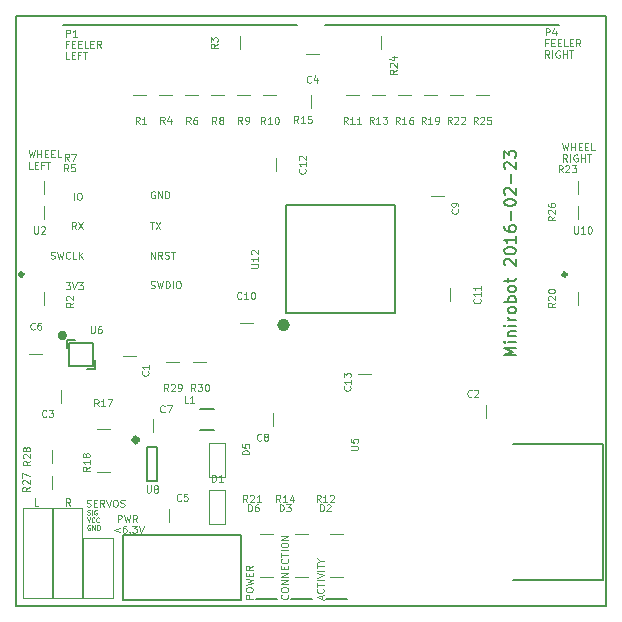
<source format=gto>
G04 #@! TF.FileFunction,Legend,Top*
%FSLAX46Y46*%
G04 Gerber Fmt 4.6, Leading zero omitted, Abs format (unit mm)*
G04 Created by KiCad (PCBNEW (2016-01-20 BZR 6502, Git 4c1d9af)-product) date Mon 29 Feb 2016 08:28:28 AM EST*
%MOMM*%
G01*
G04 APERTURE LIST*
%ADD10C,0.100000*%
%ADD11C,0.080000*%
%ADD12C,0.150000*%
%ADD13C,0.300000*%
%ADD14C,0.400000*%
%ADD15C,0.500000*%
G04 APERTURE END LIST*
D10*
D11*
X106076190Y-92221905D02*
X106133333Y-92240952D01*
X106228571Y-92240952D01*
X106266667Y-92221905D01*
X106285714Y-92202857D01*
X106304762Y-92164762D01*
X106304762Y-92126667D01*
X106285714Y-92088571D01*
X106266667Y-92069524D01*
X106228571Y-92050476D01*
X106152381Y-92031429D01*
X106114286Y-92012381D01*
X106095238Y-91993333D01*
X106076190Y-91955238D01*
X106076190Y-91917143D01*
X106095238Y-91879048D01*
X106114286Y-91860000D01*
X106152381Y-91840952D01*
X106247619Y-91840952D01*
X106304762Y-91860000D01*
X106476190Y-92240952D02*
X106476190Y-91840952D01*
X106876190Y-91860000D02*
X106838095Y-91840952D01*
X106780952Y-91840952D01*
X106723809Y-91860000D01*
X106685714Y-91898095D01*
X106666666Y-91936190D01*
X106647618Y-92012381D01*
X106647618Y-92069524D01*
X106666666Y-92145714D01*
X106685714Y-92183810D01*
X106723809Y-92221905D01*
X106780952Y-92240952D01*
X106819047Y-92240952D01*
X106876190Y-92221905D01*
X106895238Y-92202857D01*
X106895238Y-92069524D01*
X106819047Y-92069524D01*
X106038095Y-92480952D02*
X106171429Y-92880952D01*
X106304762Y-92480952D01*
X106666667Y-92842857D02*
X106647619Y-92861905D01*
X106590476Y-92880952D01*
X106552381Y-92880952D01*
X106495238Y-92861905D01*
X106457143Y-92823810D01*
X106438095Y-92785714D01*
X106419047Y-92709524D01*
X106419047Y-92652381D01*
X106438095Y-92576190D01*
X106457143Y-92538095D01*
X106495238Y-92500000D01*
X106552381Y-92480952D01*
X106590476Y-92480952D01*
X106647619Y-92500000D01*
X106666667Y-92519048D01*
X107066667Y-92842857D02*
X107047619Y-92861905D01*
X106990476Y-92880952D01*
X106952381Y-92880952D01*
X106895238Y-92861905D01*
X106857143Y-92823810D01*
X106838095Y-92785714D01*
X106819047Y-92709524D01*
X106819047Y-92652381D01*
X106838095Y-92576190D01*
X106857143Y-92538095D01*
X106895238Y-92500000D01*
X106952381Y-92480952D01*
X106990476Y-92480952D01*
X107047619Y-92500000D01*
X107066667Y-92519048D01*
X106304762Y-93140000D02*
X106266667Y-93120952D01*
X106209524Y-93120952D01*
X106152381Y-93140000D01*
X106114286Y-93178095D01*
X106095238Y-93216190D01*
X106076190Y-93292381D01*
X106076190Y-93349524D01*
X106095238Y-93425714D01*
X106114286Y-93463810D01*
X106152381Y-93501905D01*
X106209524Y-93520952D01*
X106247619Y-93520952D01*
X106304762Y-93501905D01*
X106323810Y-93482857D01*
X106323810Y-93349524D01*
X106247619Y-93349524D01*
X106495238Y-93520952D02*
X106495238Y-93120952D01*
X106723810Y-93520952D01*
X106723810Y-93120952D01*
X106914286Y-93520952D02*
X106914286Y-93120952D01*
X107009524Y-93120952D01*
X107066667Y-93140000D01*
X107104762Y-93178095D01*
X107123810Y-93216190D01*
X107142858Y-93292381D01*
X107142858Y-93349524D01*
X107123810Y-93425714D01*
X107104762Y-93463810D01*
X107066667Y-93501905D01*
X107009524Y-93520952D01*
X106914286Y-93520952D01*
D10*
X104228570Y-72571429D02*
X104599999Y-72571429D01*
X104399999Y-72800000D01*
X104485713Y-72800000D01*
X104542856Y-72828571D01*
X104571427Y-72857143D01*
X104599999Y-72914286D01*
X104599999Y-73057143D01*
X104571427Y-73114286D01*
X104542856Y-73142857D01*
X104485713Y-73171429D01*
X104314285Y-73171429D01*
X104257142Y-73142857D01*
X104228570Y-73114286D01*
X104771428Y-72571429D02*
X104971428Y-73171429D01*
X105171428Y-72571429D01*
X105314285Y-72571429D02*
X105685714Y-72571429D01*
X105485714Y-72800000D01*
X105571428Y-72800000D01*
X105628571Y-72828571D01*
X105657142Y-72857143D01*
X105685714Y-72914286D01*
X105685714Y-73057143D01*
X105657142Y-73114286D01*
X105628571Y-73142857D01*
X105571428Y-73171429D01*
X105400000Y-73171429D01*
X105342857Y-73142857D01*
X105314285Y-73114286D01*
X102971429Y-70542857D02*
X103057143Y-70571429D01*
X103200000Y-70571429D01*
X103257143Y-70542857D01*
X103285714Y-70514286D01*
X103314286Y-70457143D01*
X103314286Y-70400000D01*
X103285714Y-70342857D01*
X103257143Y-70314286D01*
X103200000Y-70285714D01*
X103085714Y-70257143D01*
X103028572Y-70228571D01*
X103000000Y-70200000D01*
X102971429Y-70142857D01*
X102971429Y-70085714D01*
X103000000Y-70028571D01*
X103028572Y-70000000D01*
X103085714Y-69971429D01*
X103228572Y-69971429D01*
X103314286Y-70000000D01*
X103514286Y-69971429D02*
X103657143Y-70571429D01*
X103771429Y-70142857D01*
X103885715Y-70571429D01*
X104028572Y-69971429D01*
X104600000Y-70514286D02*
X104571429Y-70542857D01*
X104485715Y-70571429D01*
X104428572Y-70571429D01*
X104342857Y-70542857D01*
X104285715Y-70485714D01*
X104257143Y-70428571D01*
X104228572Y-70314286D01*
X104228572Y-70228571D01*
X104257143Y-70114286D01*
X104285715Y-70057143D01*
X104342857Y-70000000D01*
X104428572Y-69971429D01*
X104485715Y-69971429D01*
X104571429Y-70000000D01*
X104600000Y-70028571D01*
X105142857Y-70571429D02*
X104857143Y-70571429D01*
X104857143Y-69971429D01*
X105342857Y-70571429D02*
X105342857Y-69971429D01*
X105685714Y-70571429D02*
X105428571Y-70228571D01*
X105685714Y-69971429D02*
X105342857Y-70314286D01*
X104928572Y-65571429D02*
X104928572Y-64971429D01*
X105328572Y-64971429D02*
X105442858Y-64971429D01*
X105500000Y-65000000D01*
X105557143Y-65057143D01*
X105585715Y-65171429D01*
X105585715Y-65371429D01*
X105557143Y-65485714D01*
X105500000Y-65542857D01*
X105442858Y-65571429D01*
X105328572Y-65571429D01*
X105271429Y-65542857D01*
X105214286Y-65485714D01*
X105185715Y-65371429D01*
X105185715Y-65171429D01*
X105214286Y-65057143D01*
X105271429Y-65000000D01*
X105328572Y-64971429D01*
X105114285Y-68071429D02*
X104914285Y-67785714D01*
X104771428Y-68071429D02*
X104771428Y-67471429D01*
X105000000Y-67471429D01*
X105057142Y-67500000D01*
X105085714Y-67528571D01*
X105114285Y-67585714D01*
X105114285Y-67671429D01*
X105085714Y-67728571D01*
X105057142Y-67757143D01*
X105000000Y-67785714D01*
X104771428Y-67785714D01*
X105314285Y-67471429D02*
X105714285Y-68071429D01*
X105714285Y-67471429D02*
X105314285Y-68071429D01*
X111757143Y-64900000D02*
X111700000Y-64871429D01*
X111614286Y-64871429D01*
X111528571Y-64900000D01*
X111471429Y-64957143D01*
X111442857Y-65014286D01*
X111414286Y-65128571D01*
X111414286Y-65214286D01*
X111442857Y-65328571D01*
X111471429Y-65385714D01*
X111528571Y-65442857D01*
X111614286Y-65471429D01*
X111671429Y-65471429D01*
X111757143Y-65442857D01*
X111785714Y-65414286D01*
X111785714Y-65214286D01*
X111671429Y-65214286D01*
X112042857Y-65471429D02*
X112042857Y-64871429D01*
X112385714Y-65471429D01*
X112385714Y-64871429D01*
X112671428Y-65471429D02*
X112671428Y-64871429D01*
X112814285Y-64871429D01*
X112900000Y-64900000D01*
X112957142Y-64957143D01*
X112985714Y-65014286D01*
X113014285Y-65128571D01*
X113014285Y-65214286D01*
X112985714Y-65328571D01*
X112957142Y-65385714D01*
X112900000Y-65442857D01*
X112814285Y-65471429D01*
X112671428Y-65471429D01*
X111357143Y-67471429D02*
X111700000Y-67471429D01*
X111528571Y-68071429D02*
X111528571Y-67471429D01*
X111842857Y-67471429D02*
X112242857Y-68071429D01*
X112242857Y-67471429D02*
X111842857Y-68071429D01*
X111442857Y-70571429D02*
X111442857Y-69971429D01*
X111785714Y-70571429D01*
X111785714Y-69971429D01*
X112414285Y-70571429D02*
X112214285Y-70285714D01*
X112071428Y-70571429D02*
X112071428Y-69971429D01*
X112300000Y-69971429D01*
X112357142Y-70000000D01*
X112385714Y-70028571D01*
X112414285Y-70085714D01*
X112414285Y-70171429D01*
X112385714Y-70228571D01*
X112357142Y-70257143D01*
X112300000Y-70285714D01*
X112071428Y-70285714D01*
X112642857Y-70542857D02*
X112728571Y-70571429D01*
X112871428Y-70571429D01*
X112928571Y-70542857D01*
X112957142Y-70514286D01*
X112985714Y-70457143D01*
X112985714Y-70400000D01*
X112957142Y-70342857D01*
X112928571Y-70314286D01*
X112871428Y-70285714D01*
X112757142Y-70257143D01*
X112700000Y-70228571D01*
X112671428Y-70200000D01*
X112642857Y-70142857D01*
X112642857Y-70085714D01*
X112671428Y-70028571D01*
X112700000Y-70000000D01*
X112757142Y-69971429D01*
X112900000Y-69971429D01*
X112985714Y-70000000D01*
X113157143Y-69971429D02*
X113500000Y-69971429D01*
X113328571Y-70571429D02*
X113328571Y-69971429D01*
X111414286Y-73042857D02*
X111500000Y-73071429D01*
X111642857Y-73071429D01*
X111700000Y-73042857D01*
X111728571Y-73014286D01*
X111757143Y-72957143D01*
X111757143Y-72900000D01*
X111728571Y-72842857D01*
X111700000Y-72814286D01*
X111642857Y-72785714D01*
X111528571Y-72757143D01*
X111471429Y-72728571D01*
X111442857Y-72700000D01*
X111414286Y-72642857D01*
X111414286Y-72585714D01*
X111442857Y-72528571D01*
X111471429Y-72500000D01*
X111528571Y-72471429D01*
X111671429Y-72471429D01*
X111757143Y-72500000D01*
X111957143Y-72471429D02*
X112100000Y-73071429D01*
X112214286Y-72642857D01*
X112328572Y-73071429D01*
X112471429Y-72471429D01*
X112700000Y-73071429D02*
X112700000Y-72471429D01*
X112842857Y-72471429D01*
X112928572Y-72500000D01*
X112985714Y-72557143D01*
X113014286Y-72614286D01*
X113042857Y-72728571D01*
X113042857Y-72814286D01*
X113014286Y-72928571D01*
X112985714Y-72985714D01*
X112928572Y-73042857D01*
X112842857Y-73071429D01*
X112700000Y-73071429D01*
X113300000Y-73071429D02*
X113300000Y-72471429D01*
X113700000Y-72471429D02*
X113814286Y-72471429D01*
X113871428Y-72500000D01*
X113928571Y-72557143D01*
X113957143Y-72671429D01*
X113957143Y-72871429D01*
X113928571Y-72985714D01*
X113871428Y-73042857D01*
X113814286Y-73071429D01*
X113700000Y-73071429D01*
X113642857Y-73042857D01*
X113585714Y-72985714D01*
X113557143Y-72871429D01*
X113557143Y-72671429D01*
X113585714Y-72557143D01*
X113642857Y-72500000D01*
X113700000Y-72471429D01*
X108800000Y-93371429D02*
X108342857Y-93542857D01*
X108800000Y-93714286D01*
X109342857Y-93171429D02*
X109228571Y-93171429D01*
X109171428Y-93200000D01*
X109142857Y-93228571D01*
X109085714Y-93314286D01*
X109057143Y-93428571D01*
X109057143Y-93657143D01*
X109085714Y-93714286D01*
X109114286Y-93742857D01*
X109171428Y-93771429D01*
X109285714Y-93771429D01*
X109342857Y-93742857D01*
X109371428Y-93714286D01*
X109400000Y-93657143D01*
X109400000Y-93514286D01*
X109371428Y-93457143D01*
X109342857Y-93428571D01*
X109285714Y-93400000D01*
X109171428Y-93400000D01*
X109114286Y-93428571D01*
X109085714Y-93457143D01*
X109057143Y-93514286D01*
X109657143Y-93714286D02*
X109685715Y-93742857D01*
X109657143Y-93771429D01*
X109628572Y-93742857D01*
X109657143Y-93714286D01*
X109657143Y-93771429D01*
X109885714Y-93171429D02*
X110257143Y-93171429D01*
X110057143Y-93400000D01*
X110142857Y-93400000D01*
X110200000Y-93428571D01*
X110228571Y-93457143D01*
X110257143Y-93514286D01*
X110257143Y-93657143D01*
X110228571Y-93714286D01*
X110200000Y-93742857D01*
X110142857Y-93771429D01*
X109971429Y-93771429D01*
X109914286Y-93742857D01*
X109885714Y-93714286D01*
X110428572Y-93171429D02*
X110628572Y-93771429D01*
X110828572Y-93171429D01*
X104442857Y-52387143D02*
X104242857Y-52387143D01*
X104242857Y-52701429D02*
X104242857Y-52101429D01*
X104528571Y-52101429D01*
X104757143Y-52387143D02*
X104957143Y-52387143D01*
X105042857Y-52701429D02*
X104757143Y-52701429D01*
X104757143Y-52101429D01*
X105042857Y-52101429D01*
X105300000Y-52387143D02*
X105500000Y-52387143D01*
X105585714Y-52701429D02*
X105300000Y-52701429D01*
X105300000Y-52101429D01*
X105585714Y-52101429D01*
X106128571Y-52701429D02*
X105842857Y-52701429D01*
X105842857Y-52101429D01*
X106328571Y-52387143D02*
X106528571Y-52387143D01*
X106614285Y-52701429D02*
X106328571Y-52701429D01*
X106328571Y-52101429D01*
X106614285Y-52101429D01*
X107214285Y-52701429D02*
X107014285Y-52415714D01*
X106871428Y-52701429D02*
X106871428Y-52101429D01*
X107100000Y-52101429D01*
X107157142Y-52130000D01*
X107185714Y-52158571D01*
X107214285Y-52215714D01*
X107214285Y-52301429D01*
X107185714Y-52358571D01*
X107157142Y-52387143D01*
X107100000Y-52415714D01*
X106871428Y-52415714D01*
X104528571Y-53641429D02*
X104242857Y-53641429D01*
X104242857Y-53041429D01*
X104728571Y-53327143D02*
X104928571Y-53327143D01*
X105014285Y-53641429D02*
X104728571Y-53641429D01*
X104728571Y-53041429D01*
X105014285Y-53041429D01*
X105471428Y-53327143D02*
X105271428Y-53327143D01*
X105271428Y-53641429D02*
X105271428Y-53041429D01*
X105557142Y-53041429D01*
X105700000Y-53041429D02*
X106042857Y-53041429D01*
X105871428Y-53641429D02*
X105871428Y-53041429D01*
X145042857Y-52287143D02*
X144842857Y-52287143D01*
X144842857Y-52601429D02*
X144842857Y-52001429D01*
X145128571Y-52001429D01*
X145357143Y-52287143D02*
X145557143Y-52287143D01*
X145642857Y-52601429D02*
X145357143Y-52601429D01*
X145357143Y-52001429D01*
X145642857Y-52001429D01*
X145900000Y-52287143D02*
X146100000Y-52287143D01*
X146185714Y-52601429D02*
X145900000Y-52601429D01*
X145900000Y-52001429D01*
X146185714Y-52001429D01*
X146728571Y-52601429D02*
X146442857Y-52601429D01*
X146442857Y-52001429D01*
X146928571Y-52287143D02*
X147128571Y-52287143D01*
X147214285Y-52601429D02*
X146928571Y-52601429D01*
X146928571Y-52001429D01*
X147214285Y-52001429D01*
X147814285Y-52601429D02*
X147614285Y-52315714D01*
X147471428Y-52601429D02*
X147471428Y-52001429D01*
X147700000Y-52001429D01*
X147757142Y-52030000D01*
X147785714Y-52058571D01*
X147814285Y-52115714D01*
X147814285Y-52201429D01*
X147785714Y-52258571D01*
X147757142Y-52287143D01*
X147700000Y-52315714D01*
X147471428Y-52315714D01*
X145185714Y-53541429D02*
X144985714Y-53255714D01*
X144842857Y-53541429D02*
X144842857Y-52941429D01*
X145071429Y-52941429D01*
X145128571Y-52970000D01*
X145157143Y-52998571D01*
X145185714Y-53055714D01*
X145185714Y-53141429D01*
X145157143Y-53198571D01*
X145128571Y-53227143D01*
X145071429Y-53255714D01*
X144842857Y-53255714D01*
X145442857Y-53541429D02*
X145442857Y-52941429D01*
X146042857Y-52970000D02*
X145985714Y-52941429D01*
X145900000Y-52941429D01*
X145814285Y-52970000D01*
X145757143Y-53027143D01*
X145728571Y-53084286D01*
X145700000Y-53198571D01*
X145700000Y-53284286D01*
X145728571Y-53398571D01*
X145757143Y-53455714D01*
X145814285Y-53512857D01*
X145900000Y-53541429D01*
X145957143Y-53541429D01*
X146042857Y-53512857D01*
X146071428Y-53484286D01*
X146071428Y-53284286D01*
X145957143Y-53284286D01*
X146328571Y-53541429D02*
X146328571Y-52941429D01*
X146328571Y-53227143D02*
X146671428Y-53227143D01*
X146671428Y-53541429D02*
X146671428Y-52941429D01*
X146871428Y-52941429D02*
X147214285Y-52941429D01*
X147042856Y-53541429D02*
X147042856Y-52941429D01*
X101085714Y-61401429D02*
X101228571Y-62001429D01*
X101342857Y-61572857D01*
X101457143Y-62001429D01*
X101600000Y-61401429D01*
X101828571Y-62001429D02*
X101828571Y-61401429D01*
X101828571Y-61687143D02*
X102171428Y-61687143D01*
X102171428Y-62001429D02*
X102171428Y-61401429D01*
X102457142Y-61687143D02*
X102657142Y-61687143D01*
X102742856Y-62001429D02*
X102457142Y-62001429D01*
X102457142Y-61401429D01*
X102742856Y-61401429D01*
X102999999Y-61687143D02*
X103199999Y-61687143D01*
X103285713Y-62001429D02*
X102999999Y-62001429D01*
X102999999Y-61401429D01*
X103285713Y-61401429D01*
X103828570Y-62001429D02*
X103542856Y-62001429D01*
X103542856Y-61401429D01*
X101428571Y-62941429D02*
X101142857Y-62941429D01*
X101142857Y-62341429D01*
X101628571Y-62627143D02*
X101828571Y-62627143D01*
X101914285Y-62941429D02*
X101628571Y-62941429D01*
X101628571Y-62341429D01*
X101914285Y-62341429D01*
X102371428Y-62627143D02*
X102171428Y-62627143D01*
X102171428Y-62941429D02*
X102171428Y-62341429D01*
X102457142Y-62341429D01*
X102600000Y-62341429D02*
X102942857Y-62341429D01*
X102771428Y-62941429D02*
X102771428Y-62341429D01*
X146285714Y-60801429D02*
X146428571Y-61401429D01*
X146542857Y-60972857D01*
X146657143Y-61401429D01*
X146800000Y-60801429D01*
X147028571Y-61401429D02*
X147028571Y-60801429D01*
X147028571Y-61087143D02*
X147371428Y-61087143D01*
X147371428Y-61401429D02*
X147371428Y-60801429D01*
X147657142Y-61087143D02*
X147857142Y-61087143D01*
X147942856Y-61401429D02*
X147657142Y-61401429D01*
X147657142Y-60801429D01*
X147942856Y-60801429D01*
X148199999Y-61087143D02*
X148399999Y-61087143D01*
X148485713Y-61401429D02*
X148199999Y-61401429D01*
X148199999Y-60801429D01*
X148485713Y-60801429D01*
X149028570Y-61401429D02*
X148742856Y-61401429D01*
X148742856Y-60801429D01*
X146685714Y-62341429D02*
X146485714Y-62055714D01*
X146342857Y-62341429D02*
X146342857Y-61741429D01*
X146571429Y-61741429D01*
X146628571Y-61770000D01*
X146657143Y-61798571D01*
X146685714Y-61855714D01*
X146685714Y-61941429D01*
X146657143Y-61998571D01*
X146628571Y-62027143D01*
X146571429Y-62055714D01*
X146342857Y-62055714D01*
X146942857Y-62341429D02*
X146942857Y-61741429D01*
X147542857Y-61770000D02*
X147485714Y-61741429D01*
X147400000Y-61741429D01*
X147314285Y-61770000D01*
X147257143Y-61827143D01*
X147228571Y-61884286D01*
X147200000Y-61998571D01*
X147200000Y-62084286D01*
X147228571Y-62198571D01*
X147257143Y-62255714D01*
X147314285Y-62312857D01*
X147400000Y-62341429D01*
X147457143Y-62341429D01*
X147542857Y-62312857D01*
X147571428Y-62284286D01*
X147571428Y-62084286D01*
X147457143Y-62084286D01*
X147828571Y-62341429D02*
X147828571Y-61741429D01*
X147828571Y-62027143D02*
X148171428Y-62027143D01*
X148171428Y-62341429D02*
X148171428Y-61741429D01*
X148371428Y-61741429D02*
X148714285Y-61741429D01*
X148542856Y-62341429D02*
X148542856Y-61741429D01*
D12*
X142352381Y-78761905D02*
X141352381Y-78761905D01*
X142066667Y-78428571D01*
X141352381Y-78095238D01*
X142352381Y-78095238D01*
X142352381Y-77619048D02*
X141685714Y-77619048D01*
X141352381Y-77619048D02*
X141400000Y-77666667D01*
X141447619Y-77619048D01*
X141400000Y-77571429D01*
X141352381Y-77619048D01*
X141447619Y-77619048D01*
X141685714Y-77142858D02*
X142352381Y-77142858D01*
X141780952Y-77142858D02*
X141733333Y-77095239D01*
X141685714Y-77000001D01*
X141685714Y-76857143D01*
X141733333Y-76761905D01*
X141828571Y-76714286D01*
X142352381Y-76714286D01*
X142352381Y-76238096D02*
X141685714Y-76238096D01*
X141352381Y-76238096D02*
X141400000Y-76285715D01*
X141447619Y-76238096D01*
X141400000Y-76190477D01*
X141352381Y-76238096D01*
X141447619Y-76238096D01*
X142352381Y-75761906D02*
X141685714Y-75761906D01*
X141876190Y-75761906D02*
X141780952Y-75714287D01*
X141733333Y-75666668D01*
X141685714Y-75571430D01*
X141685714Y-75476191D01*
X142352381Y-75000001D02*
X142304762Y-75095239D01*
X142257143Y-75142858D01*
X142161905Y-75190477D01*
X141876190Y-75190477D01*
X141780952Y-75142858D01*
X141733333Y-75095239D01*
X141685714Y-75000001D01*
X141685714Y-74857143D01*
X141733333Y-74761905D01*
X141780952Y-74714286D01*
X141876190Y-74666667D01*
X142161905Y-74666667D01*
X142257143Y-74714286D01*
X142304762Y-74761905D01*
X142352381Y-74857143D01*
X142352381Y-75000001D01*
X142352381Y-74238096D02*
X141352381Y-74238096D01*
X141733333Y-74238096D02*
X141685714Y-74142858D01*
X141685714Y-73952381D01*
X141733333Y-73857143D01*
X141780952Y-73809524D01*
X141876190Y-73761905D01*
X142161905Y-73761905D01*
X142257143Y-73809524D01*
X142304762Y-73857143D01*
X142352381Y-73952381D01*
X142352381Y-74142858D01*
X142304762Y-74238096D01*
X142352381Y-73190477D02*
X142304762Y-73285715D01*
X142257143Y-73333334D01*
X142161905Y-73380953D01*
X141876190Y-73380953D01*
X141780952Y-73333334D01*
X141733333Y-73285715D01*
X141685714Y-73190477D01*
X141685714Y-73047619D01*
X141733333Y-72952381D01*
X141780952Y-72904762D01*
X141876190Y-72857143D01*
X142161905Y-72857143D01*
X142257143Y-72904762D01*
X142304762Y-72952381D01*
X142352381Y-73047619D01*
X142352381Y-73190477D01*
X141685714Y-72571429D02*
X141685714Y-72190477D01*
X141352381Y-72428572D02*
X142209524Y-72428572D01*
X142304762Y-72380953D01*
X142352381Y-72285715D01*
X142352381Y-72190477D01*
X141447619Y-71142857D02*
X141400000Y-71095238D01*
X141352381Y-71000000D01*
X141352381Y-70761904D01*
X141400000Y-70666666D01*
X141447619Y-70619047D01*
X141542857Y-70571428D01*
X141638095Y-70571428D01*
X141780952Y-70619047D01*
X142352381Y-71190476D01*
X142352381Y-70571428D01*
X141352381Y-69952381D02*
X141352381Y-69857142D01*
X141400000Y-69761904D01*
X141447619Y-69714285D01*
X141542857Y-69666666D01*
X141733333Y-69619047D01*
X141971429Y-69619047D01*
X142161905Y-69666666D01*
X142257143Y-69714285D01*
X142304762Y-69761904D01*
X142352381Y-69857142D01*
X142352381Y-69952381D01*
X142304762Y-70047619D01*
X142257143Y-70095238D01*
X142161905Y-70142857D01*
X141971429Y-70190476D01*
X141733333Y-70190476D01*
X141542857Y-70142857D01*
X141447619Y-70095238D01*
X141400000Y-70047619D01*
X141352381Y-69952381D01*
X142352381Y-68666666D02*
X142352381Y-69238095D01*
X142352381Y-68952381D02*
X141352381Y-68952381D01*
X141495238Y-69047619D01*
X141590476Y-69142857D01*
X141638095Y-69238095D01*
X141352381Y-67809523D02*
X141352381Y-68000000D01*
X141400000Y-68095238D01*
X141447619Y-68142857D01*
X141590476Y-68238095D01*
X141780952Y-68285714D01*
X142161905Y-68285714D01*
X142257143Y-68238095D01*
X142304762Y-68190476D01*
X142352381Y-68095238D01*
X142352381Y-67904761D01*
X142304762Y-67809523D01*
X142257143Y-67761904D01*
X142161905Y-67714285D01*
X141923810Y-67714285D01*
X141828571Y-67761904D01*
X141780952Y-67809523D01*
X141733333Y-67904761D01*
X141733333Y-68095238D01*
X141780952Y-68190476D01*
X141828571Y-68238095D01*
X141923810Y-68285714D01*
X141971429Y-67285714D02*
X141971429Y-66523809D01*
X141352381Y-65857143D02*
X141352381Y-65761904D01*
X141400000Y-65666666D01*
X141447619Y-65619047D01*
X141542857Y-65571428D01*
X141733333Y-65523809D01*
X141971429Y-65523809D01*
X142161905Y-65571428D01*
X142257143Y-65619047D01*
X142304762Y-65666666D01*
X142352381Y-65761904D01*
X142352381Y-65857143D01*
X142304762Y-65952381D01*
X142257143Y-66000000D01*
X142161905Y-66047619D01*
X141971429Y-66095238D01*
X141733333Y-66095238D01*
X141542857Y-66047619D01*
X141447619Y-66000000D01*
X141400000Y-65952381D01*
X141352381Y-65857143D01*
X141447619Y-65142857D02*
X141400000Y-65095238D01*
X141352381Y-65000000D01*
X141352381Y-64761904D01*
X141400000Y-64666666D01*
X141447619Y-64619047D01*
X141542857Y-64571428D01*
X141638095Y-64571428D01*
X141780952Y-64619047D01*
X142352381Y-65190476D01*
X142352381Y-64571428D01*
X141971429Y-64142857D02*
X141971429Y-63380952D01*
X141447619Y-62952381D02*
X141400000Y-62904762D01*
X141352381Y-62809524D01*
X141352381Y-62571428D01*
X141400000Y-62476190D01*
X141447619Y-62428571D01*
X141542857Y-62380952D01*
X141638095Y-62380952D01*
X141780952Y-62428571D01*
X142352381Y-63000000D01*
X142352381Y-62380952D01*
X141352381Y-62047619D02*
X141352381Y-61428571D01*
X141733333Y-61761905D01*
X141733333Y-61619047D01*
X141780952Y-61523809D01*
X141828571Y-61476190D01*
X141923810Y-61428571D01*
X142161905Y-61428571D01*
X142257143Y-61476190D01*
X142304762Y-61523809D01*
X142352381Y-61619047D01*
X142352381Y-61904762D01*
X142304762Y-62000000D01*
X142257143Y-62047619D01*
D10*
X101928571Y-91471429D02*
X101642857Y-91471429D01*
X101642857Y-90871429D01*
X104585714Y-91471429D02*
X104385714Y-91185714D01*
X104242857Y-91471429D02*
X104242857Y-90871429D01*
X104471429Y-90871429D01*
X104528571Y-90900000D01*
X104557143Y-90928571D01*
X104585714Y-90985714D01*
X104585714Y-91071429D01*
X104557143Y-91128571D01*
X104528571Y-91157143D01*
X104471429Y-91185714D01*
X104242857Y-91185714D01*
X106014286Y-91542857D02*
X106100000Y-91571429D01*
X106242857Y-91571429D01*
X106300000Y-91542857D01*
X106328571Y-91514286D01*
X106357143Y-91457143D01*
X106357143Y-91400000D01*
X106328571Y-91342857D01*
X106300000Y-91314286D01*
X106242857Y-91285714D01*
X106128571Y-91257143D01*
X106071429Y-91228571D01*
X106042857Y-91200000D01*
X106014286Y-91142857D01*
X106014286Y-91085714D01*
X106042857Y-91028571D01*
X106071429Y-91000000D01*
X106128571Y-90971429D01*
X106271429Y-90971429D01*
X106357143Y-91000000D01*
X106614286Y-91257143D02*
X106814286Y-91257143D01*
X106900000Y-91571429D02*
X106614286Y-91571429D01*
X106614286Y-90971429D01*
X106900000Y-90971429D01*
X107500000Y-91571429D02*
X107300000Y-91285714D01*
X107157143Y-91571429D02*
X107157143Y-90971429D01*
X107385715Y-90971429D01*
X107442857Y-91000000D01*
X107471429Y-91028571D01*
X107500000Y-91085714D01*
X107500000Y-91171429D01*
X107471429Y-91228571D01*
X107442857Y-91257143D01*
X107385715Y-91285714D01*
X107157143Y-91285714D01*
X107671429Y-90971429D02*
X107871429Y-91571429D01*
X108071429Y-90971429D01*
X108385715Y-90971429D02*
X108500001Y-90971429D01*
X108557143Y-91000000D01*
X108614286Y-91057143D01*
X108642858Y-91171429D01*
X108642858Y-91371429D01*
X108614286Y-91485714D01*
X108557143Y-91542857D01*
X108500001Y-91571429D01*
X108385715Y-91571429D01*
X108328572Y-91542857D01*
X108271429Y-91485714D01*
X108242858Y-91371429D01*
X108242858Y-91171429D01*
X108271429Y-91057143D01*
X108328572Y-91000000D01*
X108385715Y-90971429D01*
X108871429Y-91542857D02*
X108957143Y-91571429D01*
X109100000Y-91571429D01*
X109157143Y-91542857D01*
X109185714Y-91514286D01*
X109214286Y-91457143D01*
X109214286Y-91400000D01*
X109185714Y-91342857D01*
X109157143Y-91314286D01*
X109100000Y-91285714D01*
X108985714Y-91257143D01*
X108928572Y-91228571D01*
X108900000Y-91200000D01*
X108871429Y-91142857D01*
X108871429Y-91085714D01*
X108900000Y-91028571D01*
X108928572Y-91000000D01*
X108985714Y-90971429D01*
X109128572Y-90971429D01*
X109214286Y-91000000D01*
X108642857Y-92871429D02*
X108642857Y-92271429D01*
X108871429Y-92271429D01*
X108928571Y-92300000D01*
X108957143Y-92328571D01*
X108985714Y-92385714D01*
X108985714Y-92471429D01*
X108957143Y-92528571D01*
X108928571Y-92557143D01*
X108871429Y-92585714D01*
X108642857Y-92585714D01*
X109185714Y-92271429D02*
X109328571Y-92871429D01*
X109442857Y-92442857D01*
X109557143Y-92871429D01*
X109700000Y-92271429D01*
X110271428Y-92871429D02*
X110071428Y-92585714D01*
X109928571Y-92871429D02*
X109928571Y-92271429D01*
X110157143Y-92271429D01*
X110214285Y-92300000D01*
X110242857Y-92328571D01*
X110271428Y-92385714D01*
X110271428Y-92471429D01*
X110242857Y-92528571D01*
X110214285Y-92557143D01*
X110157143Y-92585714D01*
X109928571Y-92585714D01*
X125900000Y-99385714D02*
X125900000Y-99100000D01*
X126071429Y-99442857D02*
X125471429Y-99242857D01*
X126071429Y-99042857D01*
X126014286Y-98500000D02*
X126042857Y-98528571D01*
X126071429Y-98614285D01*
X126071429Y-98671428D01*
X126042857Y-98757143D01*
X125985714Y-98814285D01*
X125928571Y-98842857D01*
X125814286Y-98871428D01*
X125728571Y-98871428D01*
X125614286Y-98842857D01*
X125557143Y-98814285D01*
X125500000Y-98757143D01*
X125471429Y-98671428D01*
X125471429Y-98614285D01*
X125500000Y-98528571D01*
X125528571Y-98500000D01*
X125471429Y-98328571D02*
X125471429Y-97985714D01*
X126071429Y-98157143D02*
X125471429Y-98157143D01*
X126071429Y-97785714D02*
X125471429Y-97785714D01*
X125471429Y-97585714D02*
X126071429Y-97385714D01*
X125471429Y-97185714D01*
X126071429Y-96985714D02*
X125471429Y-96985714D01*
X125471429Y-96785714D02*
X125471429Y-96442857D01*
X126071429Y-96614286D02*
X125471429Y-96614286D01*
X125785714Y-96128571D02*
X126071429Y-96128571D01*
X125471429Y-96328571D02*
X125785714Y-96128571D01*
X125471429Y-95928571D01*
X123014286Y-99014286D02*
X123042857Y-99042857D01*
X123071429Y-99128571D01*
X123071429Y-99185714D01*
X123042857Y-99271429D01*
X122985714Y-99328571D01*
X122928571Y-99357143D01*
X122814286Y-99385714D01*
X122728571Y-99385714D01*
X122614286Y-99357143D01*
X122557143Y-99328571D01*
X122500000Y-99271429D01*
X122471429Y-99185714D01*
X122471429Y-99128571D01*
X122500000Y-99042857D01*
X122528571Y-99014286D01*
X122471429Y-98642857D02*
X122471429Y-98528571D01*
X122500000Y-98471429D01*
X122557143Y-98414286D01*
X122671429Y-98385714D01*
X122871429Y-98385714D01*
X122985714Y-98414286D01*
X123042857Y-98471429D01*
X123071429Y-98528571D01*
X123071429Y-98642857D01*
X123042857Y-98700000D01*
X122985714Y-98757143D01*
X122871429Y-98785714D01*
X122671429Y-98785714D01*
X122557143Y-98757143D01*
X122500000Y-98700000D01*
X122471429Y-98642857D01*
X123071429Y-98128572D02*
X122471429Y-98128572D01*
X123071429Y-97785715D01*
X122471429Y-97785715D01*
X123071429Y-97500001D02*
X122471429Y-97500001D01*
X123071429Y-97157144D01*
X122471429Y-97157144D01*
X122757143Y-96871430D02*
X122757143Y-96671430D01*
X123071429Y-96585716D02*
X123071429Y-96871430D01*
X122471429Y-96871430D01*
X122471429Y-96585716D01*
X123014286Y-95985716D02*
X123042857Y-96014287D01*
X123071429Y-96100001D01*
X123071429Y-96157144D01*
X123042857Y-96242859D01*
X122985714Y-96300001D01*
X122928571Y-96328573D01*
X122814286Y-96357144D01*
X122728571Y-96357144D01*
X122614286Y-96328573D01*
X122557143Y-96300001D01*
X122500000Y-96242859D01*
X122471429Y-96157144D01*
X122471429Y-96100001D01*
X122500000Y-96014287D01*
X122528571Y-95985716D01*
X122471429Y-95814287D02*
X122471429Y-95471430D01*
X123071429Y-95642859D02*
X122471429Y-95642859D01*
X123071429Y-95271430D02*
X122471429Y-95271430D01*
X122471429Y-94871430D02*
X122471429Y-94757144D01*
X122500000Y-94700002D01*
X122557143Y-94642859D01*
X122671429Y-94614287D01*
X122871429Y-94614287D01*
X122985714Y-94642859D01*
X123042857Y-94700002D01*
X123071429Y-94757144D01*
X123071429Y-94871430D01*
X123042857Y-94928573D01*
X122985714Y-94985716D01*
X122871429Y-95014287D01*
X122671429Y-95014287D01*
X122557143Y-94985716D01*
X122500000Y-94928573D01*
X122471429Y-94871430D01*
X123071429Y-94357145D02*
X122471429Y-94357145D01*
X123071429Y-94014288D01*
X122471429Y-94014288D01*
X120071429Y-99357143D02*
X119471429Y-99357143D01*
X119471429Y-99128571D01*
X119500000Y-99071429D01*
X119528571Y-99042857D01*
X119585714Y-99014286D01*
X119671429Y-99014286D01*
X119728571Y-99042857D01*
X119757143Y-99071429D01*
X119785714Y-99128571D01*
X119785714Y-99357143D01*
X119471429Y-98642857D02*
X119471429Y-98528571D01*
X119500000Y-98471429D01*
X119557143Y-98414286D01*
X119671429Y-98385714D01*
X119871429Y-98385714D01*
X119985714Y-98414286D01*
X120042857Y-98471429D01*
X120071429Y-98528571D01*
X120071429Y-98642857D01*
X120042857Y-98700000D01*
X119985714Y-98757143D01*
X119871429Y-98785714D01*
X119671429Y-98785714D01*
X119557143Y-98757143D01*
X119500000Y-98700000D01*
X119471429Y-98642857D01*
X119471429Y-98185715D02*
X120071429Y-98042858D01*
X119642857Y-97928572D01*
X120071429Y-97814286D01*
X119471429Y-97671429D01*
X119757143Y-97442858D02*
X119757143Y-97242858D01*
X120071429Y-97157144D02*
X120071429Y-97442858D01*
X119471429Y-97442858D01*
X119471429Y-97157144D01*
X120071429Y-96557144D02*
X119785714Y-96757144D01*
X120071429Y-96900001D02*
X119471429Y-96900001D01*
X119471429Y-96671429D01*
X119500000Y-96614287D01*
X119528571Y-96585715D01*
X119585714Y-96557144D01*
X119671429Y-96557144D01*
X119728571Y-96585715D01*
X119757143Y-96614287D01*
X119785714Y-96671429D01*
X119785714Y-96900001D01*
D12*
X150000000Y-100000000D02*
X150000000Y-50000000D01*
X100000000Y-100000000D02*
X150000000Y-100000000D01*
X100000000Y-50000000D02*
X100000000Y-100000000D01*
X100000000Y-50000000D02*
X150000000Y-50000000D01*
D10*
X109050000Y-78800000D02*
X110150000Y-78800000D01*
X139800000Y-82950000D02*
X139800000Y-84050000D01*
X103800000Y-82750000D02*
X103800000Y-81650000D01*
X124550000Y-53250000D02*
X125650000Y-53250000D01*
X113000000Y-92850000D02*
X113000000Y-91750000D01*
X101150000Y-78600000D02*
X102250000Y-78600000D01*
X111600000Y-84150000D02*
X111600000Y-85250000D01*
X121800000Y-83650000D02*
X121800000Y-84750000D01*
X135150000Y-65300000D02*
X136250000Y-65300000D01*
X118950000Y-76000000D02*
X120050000Y-76000000D01*
X136800000Y-73050000D02*
X136800000Y-74150000D01*
X122000000Y-62050000D02*
X122000000Y-63150000D01*
X130050000Y-80300000D02*
X128950000Y-80300000D01*
X117700000Y-93050000D02*
X116400000Y-93050000D01*
X116400000Y-93050000D02*
X116400000Y-90150000D01*
X117700000Y-90150000D02*
X116400000Y-90150000D01*
X117700000Y-90150000D02*
X117700000Y-93050000D01*
D12*
X128089000Y-99405000D02*
X126311000Y-99405000D01*
D10*
X127750000Y-97500000D02*
X126650000Y-97500000D01*
D12*
X125089000Y-99405000D02*
X123311000Y-99405000D01*
D10*
X124750000Y-97500000D02*
X123650000Y-97500000D01*
X117700000Y-89050000D02*
X116400000Y-89050000D01*
X116400000Y-89050000D02*
X116400000Y-86150000D01*
X117700000Y-86150000D02*
X116400000Y-86150000D01*
X117700000Y-86150000D02*
X117700000Y-89050000D01*
D12*
X122089000Y-99405000D02*
X120311000Y-99405000D01*
D10*
X121750000Y-97500000D02*
X120650000Y-97500000D01*
D12*
X116800000Y-85100000D02*
X115600000Y-85100000D01*
X115600000Y-83300000D02*
X116800000Y-83300000D01*
D10*
X103108000Y-91676000D02*
X103108000Y-99276000D01*
X103108000Y-99276000D02*
X100608000Y-99276000D01*
X100608000Y-99276000D02*
X100608000Y-91676000D01*
X100608000Y-91676000D02*
X103108000Y-91676000D01*
X105668000Y-99276000D02*
X105668000Y-94176000D01*
X105668000Y-94176000D02*
X108208000Y-94176000D01*
X108208000Y-94176000D02*
X108208000Y-99276000D01*
X108208000Y-99276000D02*
X105668000Y-99276000D01*
X105648000Y-91676000D02*
X105648000Y-99276000D01*
X105648000Y-99276000D02*
X103148000Y-99276000D01*
X103148000Y-99276000D02*
X103148000Y-91676000D01*
X103148000Y-91676000D02*
X105648000Y-91676000D01*
X109950000Y-56700000D02*
X111050000Y-56700000D01*
X102400000Y-74450000D02*
X102400000Y-73350000D01*
X119000000Y-52850000D02*
X119000000Y-51750000D01*
X113250000Y-56700000D02*
X112150000Y-56700000D01*
X102400000Y-66150000D02*
X102400000Y-67250000D01*
X114350000Y-56700000D02*
X115450000Y-56700000D01*
X102400000Y-65050000D02*
X102400000Y-63950000D01*
X116550000Y-56700000D02*
X117650000Y-56700000D01*
X119850000Y-56700000D02*
X118750000Y-56700000D01*
X120950000Y-56700000D02*
X122050000Y-56700000D01*
X127950000Y-56700000D02*
X129050000Y-56700000D01*
X127750000Y-93850000D02*
X126650000Y-93850000D01*
X131250000Y-56700000D02*
X130150000Y-56700000D01*
X124750000Y-93850000D02*
X123650000Y-93850000D01*
X125000000Y-56750000D02*
X125000000Y-57850000D01*
X132350000Y-56700000D02*
X133450000Y-56700000D01*
X107950000Y-85000000D02*
X106850000Y-85000000D01*
X107950000Y-88600000D02*
X106850000Y-88600000D01*
X134550000Y-56700000D02*
X135650000Y-56700000D01*
X147600000Y-73350000D02*
X147600000Y-74450000D01*
X121750000Y-93850000D02*
X120650000Y-93850000D01*
X137850000Y-56700000D02*
X136750000Y-56700000D01*
X147600000Y-65050000D02*
X147600000Y-63950000D01*
X130900000Y-51750000D02*
X130900000Y-52850000D01*
X138950000Y-56700000D02*
X140050000Y-56700000D01*
X147600000Y-66150000D02*
X147600000Y-67250000D01*
X103100000Y-88950000D02*
X103100000Y-90050000D01*
X103100000Y-87850000D02*
X103100000Y-86750000D01*
X112750000Y-79300000D02*
X113850000Y-79300000D01*
X115050000Y-79300000D02*
X116150000Y-79300000D01*
D12*
X109100000Y-99500000D02*
X119100000Y-99500000D01*
X109100000Y-94000000D02*
X109100000Y-99500000D01*
X119100000Y-94000000D02*
X109100000Y-94000000D01*
X119100000Y-99500000D02*
X119100000Y-94000000D01*
D13*
X100626000Y-71900000D02*
G75*
G03X100626000Y-71900000I-150000J0D01*
G01*
D12*
X106750000Y-79875000D02*
X106058000Y-79875000D01*
X106750000Y-79183000D02*
X106750000Y-79875000D01*
X104350000Y-77475000D02*
X104350000Y-78167000D01*
X105042000Y-77475000D02*
X104350000Y-77475000D01*
D14*
X104150000Y-77075000D02*
G75*
G03X104150000Y-77075000I-200000J0D01*
G01*
D12*
X104550000Y-77675000D02*
X106550000Y-77675000D01*
X106550000Y-77675000D02*
X106550000Y-79675000D01*
X106550000Y-79675000D02*
X104550000Y-79675000D01*
X104550000Y-79675000D02*
X104550000Y-77675000D01*
D15*
X110294421Y-85918000D02*
G75*
G03X110294421Y-85918000I-141421J0D01*
G01*
D12*
X111150000Y-86500000D02*
X111150000Y-89400000D01*
X111150000Y-89400000D02*
X111950000Y-89400000D01*
X111950000Y-89400000D02*
X111950000Y-86500000D01*
X111950000Y-86500000D02*
X111150000Y-86500000D01*
D13*
X146626000Y-71900000D02*
G75*
G03X146626000Y-71900000I-150000J0D01*
G01*
D15*
X122956843Y-76188000D02*
G75*
G03X122956843Y-76188000I-282843J0D01*
G01*
D12*
X122900000Y-75200000D02*
X122900000Y-66000000D01*
X122900000Y-66000000D02*
X132100000Y-66000000D01*
X132100000Y-66000000D02*
X132100000Y-75200000D01*
X132100000Y-75200000D02*
X122900000Y-75200000D01*
X149700000Y-97800000D02*
X142100000Y-97800000D01*
X149700000Y-86300000D02*
X149700000Y-97800000D01*
X142100000Y-86300000D02*
X149700000Y-86300000D01*
X123800000Y-50800000D02*
X104000000Y-50800000D01*
X126200000Y-50800000D02*
X146000000Y-50800000D01*
D10*
X111214286Y-80100000D02*
X111242857Y-80128571D01*
X111271429Y-80214285D01*
X111271429Y-80271428D01*
X111242857Y-80357143D01*
X111185714Y-80414285D01*
X111128571Y-80442857D01*
X111014286Y-80471428D01*
X110928571Y-80471428D01*
X110814286Y-80442857D01*
X110757143Y-80414285D01*
X110700000Y-80357143D01*
X110671429Y-80271428D01*
X110671429Y-80214285D01*
X110700000Y-80128571D01*
X110728571Y-80100000D01*
X111271429Y-79528571D02*
X111271429Y-79871428D01*
X111271429Y-79700000D02*
X110671429Y-79700000D01*
X110757143Y-79757143D01*
X110814286Y-79814285D01*
X110842857Y-79871428D01*
X138600000Y-82214286D02*
X138571429Y-82242857D01*
X138485715Y-82271429D01*
X138428572Y-82271429D01*
X138342857Y-82242857D01*
X138285715Y-82185714D01*
X138257143Y-82128571D01*
X138228572Y-82014286D01*
X138228572Y-81928571D01*
X138257143Y-81814286D01*
X138285715Y-81757143D01*
X138342857Y-81700000D01*
X138428572Y-81671429D01*
X138485715Y-81671429D01*
X138571429Y-81700000D01*
X138600000Y-81728571D01*
X138828572Y-81728571D02*
X138857143Y-81700000D01*
X138914286Y-81671429D01*
X139057143Y-81671429D01*
X139114286Y-81700000D01*
X139142857Y-81728571D01*
X139171429Y-81785714D01*
X139171429Y-81842857D01*
X139142857Y-81928571D01*
X138800000Y-82271429D01*
X139171429Y-82271429D01*
X102600000Y-83914286D02*
X102571429Y-83942857D01*
X102485715Y-83971429D01*
X102428572Y-83971429D01*
X102342857Y-83942857D01*
X102285715Y-83885714D01*
X102257143Y-83828571D01*
X102228572Y-83714286D01*
X102228572Y-83628571D01*
X102257143Y-83514286D01*
X102285715Y-83457143D01*
X102342857Y-83400000D01*
X102428572Y-83371429D01*
X102485715Y-83371429D01*
X102571429Y-83400000D01*
X102600000Y-83428571D01*
X102800000Y-83371429D02*
X103171429Y-83371429D01*
X102971429Y-83600000D01*
X103057143Y-83600000D01*
X103114286Y-83628571D01*
X103142857Y-83657143D01*
X103171429Y-83714286D01*
X103171429Y-83857143D01*
X103142857Y-83914286D01*
X103114286Y-83942857D01*
X103057143Y-83971429D01*
X102885715Y-83971429D01*
X102828572Y-83942857D01*
X102800000Y-83914286D01*
X125000000Y-55614286D02*
X124971429Y-55642857D01*
X124885715Y-55671429D01*
X124828572Y-55671429D01*
X124742857Y-55642857D01*
X124685715Y-55585714D01*
X124657143Y-55528571D01*
X124628572Y-55414286D01*
X124628572Y-55328571D01*
X124657143Y-55214286D01*
X124685715Y-55157143D01*
X124742857Y-55100000D01*
X124828572Y-55071429D01*
X124885715Y-55071429D01*
X124971429Y-55100000D01*
X125000000Y-55128571D01*
X125514286Y-55271429D02*
X125514286Y-55671429D01*
X125371429Y-55042857D02*
X125228572Y-55471429D01*
X125600000Y-55471429D01*
X114000000Y-91014286D02*
X113971429Y-91042857D01*
X113885715Y-91071429D01*
X113828572Y-91071429D01*
X113742857Y-91042857D01*
X113685715Y-90985714D01*
X113657143Y-90928571D01*
X113628572Y-90814286D01*
X113628572Y-90728571D01*
X113657143Y-90614286D01*
X113685715Y-90557143D01*
X113742857Y-90500000D01*
X113828572Y-90471429D01*
X113885715Y-90471429D01*
X113971429Y-90500000D01*
X114000000Y-90528571D01*
X114542857Y-90471429D02*
X114257143Y-90471429D01*
X114228572Y-90757143D01*
X114257143Y-90728571D01*
X114314286Y-90700000D01*
X114457143Y-90700000D01*
X114514286Y-90728571D01*
X114542857Y-90757143D01*
X114571429Y-90814286D01*
X114571429Y-90957143D01*
X114542857Y-91014286D01*
X114514286Y-91042857D01*
X114457143Y-91071429D01*
X114314286Y-91071429D01*
X114257143Y-91042857D01*
X114228572Y-91014286D01*
X101600000Y-76528286D02*
X101571429Y-76556857D01*
X101485715Y-76585429D01*
X101428572Y-76585429D01*
X101342857Y-76556857D01*
X101285715Y-76499714D01*
X101257143Y-76442571D01*
X101228572Y-76328286D01*
X101228572Y-76242571D01*
X101257143Y-76128286D01*
X101285715Y-76071143D01*
X101342857Y-76014000D01*
X101428572Y-75985429D01*
X101485715Y-75985429D01*
X101571429Y-76014000D01*
X101600000Y-76042571D01*
X102114286Y-75985429D02*
X102000000Y-75985429D01*
X101942857Y-76014000D01*
X101914286Y-76042571D01*
X101857143Y-76128286D01*
X101828572Y-76242571D01*
X101828572Y-76471143D01*
X101857143Y-76528286D01*
X101885715Y-76556857D01*
X101942857Y-76585429D01*
X102057143Y-76585429D01*
X102114286Y-76556857D01*
X102142857Y-76528286D01*
X102171429Y-76471143D01*
X102171429Y-76328286D01*
X102142857Y-76271143D01*
X102114286Y-76242571D01*
X102057143Y-76214000D01*
X101942857Y-76214000D01*
X101885715Y-76242571D01*
X101857143Y-76271143D01*
X101828572Y-76328286D01*
X112600000Y-83514286D02*
X112571429Y-83542857D01*
X112485715Y-83571429D01*
X112428572Y-83571429D01*
X112342857Y-83542857D01*
X112285715Y-83485714D01*
X112257143Y-83428571D01*
X112228572Y-83314286D01*
X112228572Y-83228571D01*
X112257143Y-83114286D01*
X112285715Y-83057143D01*
X112342857Y-83000000D01*
X112428572Y-82971429D01*
X112485715Y-82971429D01*
X112571429Y-83000000D01*
X112600000Y-83028571D01*
X112800000Y-82971429D02*
X113200000Y-82971429D01*
X112942857Y-83571429D01*
X120800000Y-85914286D02*
X120771429Y-85942857D01*
X120685715Y-85971429D01*
X120628572Y-85971429D01*
X120542857Y-85942857D01*
X120485715Y-85885714D01*
X120457143Y-85828571D01*
X120428572Y-85714286D01*
X120428572Y-85628571D01*
X120457143Y-85514286D01*
X120485715Y-85457143D01*
X120542857Y-85400000D01*
X120628572Y-85371429D01*
X120685715Y-85371429D01*
X120771429Y-85400000D01*
X120800000Y-85428571D01*
X121142857Y-85628571D02*
X121085715Y-85600000D01*
X121057143Y-85571429D01*
X121028572Y-85514286D01*
X121028572Y-85485714D01*
X121057143Y-85428571D01*
X121085715Y-85400000D01*
X121142857Y-85371429D01*
X121257143Y-85371429D01*
X121314286Y-85400000D01*
X121342857Y-85428571D01*
X121371429Y-85485714D01*
X121371429Y-85514286D01*
X121342857Y-85571429D01*
X121314286Y-85600000D01*
X121257143Y-85628571D01*
X121142857Y-85628571D01*
X121085715Y-85657143D01*
X121057143Y-85685714D01*
X121028572Y-85742857D01*
X121028572Y-85857143D01*
X121057143Y-85914286D01*
X121085715Y-85942857D01*
X121142857Y-85971429D01*
X121257143Y-85971429D01*
X121314286Y-85942857D01*
X121342857Y-85914286D01*
X121371429Y-85857143D01*
X121371429Y-85742857D01*
X121342857Y-85685714D01*
X121314286Y-85657143D01*
X121257143Y-85628571D01*
X137414286Y-66400000D02*
X137442857Y-66428571D01*
X137471429Y-66514285D01*
X137471429Y-66571428D01*
X137442857Y-66657143D01*
X137385714Y-66714285D01*
X137328571Y-66742857D01*
X137214286Y-66771428D01*
X137128571Y-66771428D01*
X137014286Y-66742857D01*
X136957143Y-66714285D01*
X136900000Y-66657143D01*
X136871429Y-66571428D01*
X136871429Y-66514285D01*
X136900000Y-66428571D01*
X136928571Y-66400000D01*
X137471429Y-66114285D02*
X137471429Y-66000000D01*
X137442857Y-65942857D01*
X137414286Y-65914285D01*
X137328571Y-65857143D01*
X137214286Y-65828571D01*
X136985714Y-65828571D01*
X136928571Y-65857143D01*
X136900000Y-65885714D01*
X136871429Y-65942857D01*
X136871429Y-66057143D01*
X136900000Y-66114285D01*
X136928571Y-66142857D01*
X136985714Y-66171428D01*
X137128571Y-66171428D01*
X137185714Y-66142857D01*
X137214286Y-66114285D01*
X137242857Y-66057143D01*
X137242857Y-65942857D01*
X137214286Y-65885714D01*
X137185714Y-65857143D01*
X137128571Y-65828571D01*
X119114285Y-73928286D02*
X119085714Y-73956857D01*
X119000000Y-73985429D01*
X118942857Y-73985429D01*
X118857142Y-73956857D01*
X118800000Y-73899714D01*
X118771428Y-73842571D01*
X118742857Y-73728286D01*
X118742857Y-73642571D01*
X118771428Y-73528286D01*
X118800000Y-73471143D01*
X118857142Y-73414000D01*
X118942857Y-73385429D01*
X119000000Y-73385429D01*
X119085714Y-73414000D01*
X119114285Y-73442571D01*
X119685714Y-73985429D02*
X119342857Y-73985429D01*
X119514285Y-73985429D02*
X119514285Y-73385429D01*
X119457142Y-73471143D01*
X119400000Y-73528286D01*
X119342857Y-73556857D01*
X120057143Y-73385429D02*
X120114286Y-73385429D01*
X120171429Y-73414000D01*
X120200000Y-73442571D01*
X120228571Y-73499714D01*
X120257143Y-73614000D01*
X120257143Y-73756857D01*
X120228571Y-73871143D01*
X120200000Y-73928286D01*
X120171429Y-73956857D01*
X120114286Y-73985429D01*
X120057143Y-73985429D01*
X120000000Y-73956857D01*
X119971429Y-73928286D01*
X119942857Y-73871143D01*
X119914286Y-73756857D01*
X119914286Y-73614000D01*
X119942857Y-73499714D01*
X119971429Y-73442571D01*
X120000000Y-73414000D01*
X120057143Y-73385429D01*
X139300286Y-73985715D02*
X139328857Y-74014286D01*
X139357429Y-74100000D01*
X139357429Y-74157143D01*
X139328857Y-74242858D01*
X139271714Y-74300000D01*
X139214571Y-74328572D01*
X139100286Y-74357143D01*
X139014571Y-74357143D01*
X138900286Y-74328572D01*
X138843143Y-74300000D01*
X138786000Y-74242858D01*
X138757429Y-74157143D01*
X138757429Y-74100000D01*
X138786000Y-74014286D01*
X138814571Y-73985715D01*
X139357429Y-73414286D02*
X139357429Y-73757143D01*
X139357429Y-73585715D02*
X138757429Y-73585715D01*
X138843143Y-73642858D01*
X138900286Y-73700000D01*
X138928857Y-73757143D01*
X139357429Y-72842857D02*
X139357429Y-73185714D01*
X139357429Y-73014286D02*
X138757429Y-73014286D01*
X138843143Y-73071429D01*
X138900286Y-73128571D01*
X138928857Y-73185714D01*
X124500286Y-62985715D02*
X124528857Y-63014286D01*
X124557429Y-63100000D01*
X124557429Y-63157143D01*
X124528857Y-63242858D01*
X124471714Y-63300000D01*
X124414571Y-63328572D01*
X124300286Y-63357143D01*
X124214571Y-63357143D01*
X124100286Y-63328572D01*
X124043143Y-63300000D01*
X123986000Y-63242858D01*
X123957429Y-63157143D01*
X123957429Y-63100000D01*
X123986000Y-63014286D01*
X124014571Y-62985715D01*
X124557429Y-62414286D02*
X124557429Y-62757143D01*
X124557429Y-62585715D02*
X123957429Y-62585715D01*
X124043143Y-62642858D01*
X124100286Y-62700000D01*
X124128857Y-62757143D01*
X124014571Y-62185714D02*
X123986000Y-62157143D01*
X123957429Y-62100000D01*
X123957429Y-61957143D01*
X123986000Y-61900000D01*
X124014571Y-61871429D01*
X124071714Y-61842857D01*
X124128857Y-61842857D01*
X124214571Y-61871429D01*
X124557429Y-62214286D01*
X124557429Y-61842857D01*
X128314286Y-81385715D02*
X128342857Y-81414286D01*
X128371429Y-81500000D01*
X128371429Y-81557143D01*
X128342857Y-81642858D01*
X128285714Y-81700000D01*
X128228571Y-81728572D01*
X128114286Y-81757143D01*
X128028571Y-81757143D01*
X127914286Y-81728572D01*
X127857143Y-81700000D01*
X127800000Y-81642858D01*
X127771429Y-81557143D01*
X127771429Y-81500000D01*
X127800000Y-81414286D01*
X127828571Y-81385715D01*
X128371429Y-80814286D02*
X128371429Y-81157143D01*
X128371429Y-80985715D02*
X127771429Y-80985715D01*
X127857143Y-81042858D01*
X127914286Y-81100000D01*
X127942857Y-81157143D01*
X127771429Y-80614286D02*
X127771429Y-80242857D01*
X128000000Y-80442857D01*
X128000000Y-80357143D01*
X128028571Y-80300000D01*
X128057143Y-80271429D01*
X128114286Y-80242857D01*
X128257143Y-80242857D01*
X128314286Y-80271429D01*
X128342857Y-80300000D01*
X128371429Y-80357143D01*
X128371429Y-80528571D01*
X128342857Y-80585714D01*
X128314286Y-80614286D01*
X116607143Y-89458429D02*
X116607143Y-88858429D01*
X116750000Y-88858429D01*
X116835715Y-88887000D01*
X116892857Y-88944143D01*
X116921429Y-89001286D01*
X116950000Y-89115571D01*
X116950000Y-89201286D01*
X116921429Y-89315571D01*
X116892857Y-89372714D01*
X116835715Y-89429857D01*
X116750000Y-89458429D01*
X116607143Y-89458429D01*
X117521429Y-89458429D02*
X117178572Y-89458429D01*
X117350000Y-89458429D02*
X117350000Y-88858429D01*
X117292857Y-88944143D01*
X117235715Y-89001286D01*
X117178572Y-89029857D01*
X125757143Y-91971429D02*
X125757143Y-91371429D01*
X125900000Y-91371429D01*
X125985715Y-91400000D01*
X126042857Y-91457143D01*
X126071429Y-91514286D01*
X126100000Y-91628571D01*
X126100000Y-91714286D01*
X126071429Y-91828571D01*
X126042857Y-91885714D01*
X125985715Y-91942857D01*
X125900000Y-91971429D01*
X125757143Y-91971429D01*
X126328572Y-91428571D02*
X126357143Y-91400000D01*
X126414286Y-91371429D01*
X126557143Y-91371429D01*
X126614286Y-91400000D01*
X126642857Y-91428571D01*
X126671429Y-91485714D01*
X126671429Y-91542857D01*
X126642857Y-91628571D01*
X126300000Y-91971429D01*
X126671429Y-91971429D01*
X122357143Y-91971429D02*
X122357143Y-91371429D01*
X122500000Y-91371429D01*
X122585715Y-91400000D01*
X122642857Y-91457143D01*
X122671429Y-91514286D01*
X122700000Y-91628571D01*
X122700000Y-91714286D01*
X122671429Y-91828571D01*
X122642857Y-91885714D01*
X122585715Y-91942857D01*
X122500000Y-91971429D01*
X122357143Y-91971429D01*
X122900000Y-91371429D02*
X123271429Y-91371429D01*
X123071429Y-91600000D01*
X123157143Y-91600000D01*
X123214286Y-91628571D01*
X123242857Y-91657143D01*
X123271429Y-91714286D01*
X123271429Y-91857143D01*
X123242857Y-91914286D01*
X123214286Y-91942857D01*
X123157143Y-91971429D01*
X122985715Y-91971429D01*
X122928572Y-91942857D01*
X122900000Y-91914286D01*
X119771429Y-87142857D02*
X119171429Y-87142857D01*
X119171429Y-87000000D01*
X119200000Y-86914285D01*
X119257143Y-86857143D01*
X119314286Y-86828571D01*
X119428571Y-86800000D01*
X119514286Y-86800000D01*
X119628571Y-86828571D01*
X119685714Y-86857143D01*
X119742857Y-86914285D01*
X119771429Y-87000000D01*
X119771429Y-87142857D01*
X119171429Y-86257143D02*
X119171429Y-86542857D01*
X119457143Y-86571428D01*
X119428571Y-86542857D01*
X119400000Y-86485714D01*
X119400000Y-86342857D01*
X119428571Y-86285714D01*
X119457143Y-86257143D01*
X119514286Y-86228571D01*
X119657143Y-86228571D01*
X119714286Y-86257143D01*
X119742857Y-86285714D01*
X119771429Y-86342857D01*
X119771429Y-86485714D01*
X119742857Y-86542857D01*
X119714286Y-86571428D01*
X119657143Y-91971429D02*
X119657143Y-91371429D01*
X119800000Y-91371429D01*
X119885715Y-91400000D01*
X119942857Y-91457143D01*
X119971429Y-91514286D01*
X120000000Y-91628571D01*
X120000000Y-91714286D01*
X119971429Y-91828571D01*
X119942857Y-91885714D01*
X119885715Y-91942857D01*
X119800000Y-91971429D01*
X119657143Y-91971429D01*
X120514286Y-91371429D02*
X120400000Y-91371429D01*
X120342857Y-91400000D01*
X120314286Y-91428571D01*
X120257143Y-91514286D01*
X120228572Y-91628571D01*
X120228572Y-91857143D01*
X120257143Y-91914286D01*
X120285715Y-91942857D01*
X120342857Y-91971429D01*
X120457143Y-91971429D01*
X120514286Y-91942857D01*
X120542857Y-91914286D01*
X120571429Y-91857143D01*
X120571429Y-91714286D01*
X120542857Y-91657143D01*
X120514286Y-91628571D01*
X120457143Y-91600000D01*
X120342857Y-91600000D01*
X120285715Y-91628571D01*
X120257143Y-91657143D01*
X120228572Y-91714286D01*
X114600000Y-82771429D02*
X114314286Y-82771429D01*
X114314286Y-82171429D01*
X115114286Y-82771429D02*
X114771429Y-82771429D01*
X114942857Y-82771429D02*
X114942857Y-82171429D01*
X114885714Y-82257143D01*
X114828572Y-82314286D01*
X114771429Y-82342857D01*
X110500000Y-59171429D02*
X110300000Y-58885714D01*
X110157143Y-59171429D02*
X110157143Y-58571429D01*
X110385715Y-58571429D01*
X110442857Y-58600000D01*
X110471429Y-58628571D01*
X110500000Y-58685714D01*
X110500000Y-58771429D01*
X110471429Y-58828571D01*
X110442857Y-58857143D01*
X110385715Y-58885714D01*
X110157143Y-58885714D01*
X111071429Y-59171429D02*
X110728572Y-59171429D01*
X110900000Y-59171429D02*
X110900000Y-58571429D01*
X110842857Y-58657143D01*
X110785715Y-58714286D01*
X110728572Y-58742857D01*
X104871429Y-74300000D02*
X104585714Y-74500000D01*
X104871429Y-74642857D02*
X104271429Y-74642857D01*
X104271429Y-74414285D01*
X104300000Y-74357143D01*
X104328571Y-74328571D01*
X104385714Y-74300000D01*
X104471429Y-74300000D01*
X104528571Y-74328571D01*
X104557143Y-74357143D01*
X104585714Y-74414285D01*
X104585714Y-74642857D01*
X104328571Y-74071428D02*
X104300000Y-74042857D01*
X104271429Y-73985714D01*
X104271429Y-73842857D01*
X104300000Y-73785714D01*
X104328571Y-73757143D01*
X104385714Y-73728571D01*
X104442857Y-73728571D01*
X104528571Y-73757143D01*
X104871429Y-74100000D01*
X104871429Y-73728571D01*
X117112429Y-52400000D02*
X116826714Y-52600000D01*
X117112429Y-52742857D02*
X116512429Y-52742857D01*
X116512429Y-52514285D01*
X116541000Y-52457143D01*
X116569571Y-52428571D01*
X116626714Y-52400000D01*
X116712429Y-52400000D01*
X116769571Y-52428571D01*
X116798143Y-52457143D01*
X116826714Y-52514285D01*
X116826714Y-52742857D01*
X116512429Y-52200000D02*
X116512429Y-51828571D01*
X116741000Y-52028571D01*
X116741000Y-51942857D01*
X116769571Y-51885714D01*
X116798143Y-51857143D01*
X116855286Y-51828571D01*
X116998143Y-51828571D01*
X117055286Y-51857143D01*
X117083857Y-51885714D01*
X117112429Y-51942857D01*
X117112429Y-52114285D01*
X117083857Y-52171428D01*
X117055286Y-52200000D01*
X112600000Y-59130429D02*
X112400000Y-58844714D01*
X112257143Y-59130429D02*
X112257143Y-58530429D01*
X112485715Y-58530429D01*
X112542857Y-58559000D01*
X112571429Y-58587571D01*
X112600000Y-58644714D01*
X112600000Y-58730429D01*
X112571429Y-58787571D01*
X112542857Y-58816143D01*
X112485715Y-58844714D01*
X112257143Y-58844714D01*
X113114286Y-58730429D02*
X113114286Y-59130429D01*
X112971429Y-58501857D02*
X112828572Y-58930429D01*
X113200000Y-58930429D01*
X104459000Y-63171429D02*
X104259000Y-62885714D01*
X104116143Y-63171429D02*
X104116143Y-62571429D01*
X104344715Y-62571429D01*
X104401857Y-62600000D01*
X104430429Y-62628571D01*
X104459000Y-62685714D01*
X104459000Y-62771429D01*
X104430429Y-62828571D01*
X104401857Y-62857143D01*
X104344715Y-62885714D01*
X104116143Y-62885714D01*
X105001857Y-62571429D02*
X104716143Y-62571429D01*
X104687572Y-62857143D01*
X104716143Y-62828571D01*
X104773286Y-62800000D01*
X104916143Y-62800000D01*
X104973286Y-62828571D01*
X105001857Y-62857143D01*
X105030429Y-62914286D01*
X105030429Y-63057143D01*
X105001857Y-63114286D01*
X104973286Y-63142857D01*
X104916143Y-63171429D01*
X104773286Y-63171429D01*
X104716143Y-63142857D01*
X104687572Y-63114286D01*
X114800000Y-59171429D02*
X114600000Y-58885714D01*
X114457143Y-59171429D02*
X114457143Y-58571429D01*
X114685715Y-58571429D01*
X114742857Y-58600000D01*
X114771429Y-58628571D01*
X114800000Y-58685714D01*
X114800000Y-58771429D01*
X114771429Y-58828571D01*
X114742857Y-58857143D01*
X114685715Y-58885714D01*
X114457143Y-58885714D01*
X115314286Y-58571429D02*
X115200000Y-58571429D01*
X115142857Y-58600000D01*
X115114286Y-58628571D01*
X115057143Y-58714286D01*
X115028572Y-58828571D01*
X115028572Y-59057143D01*
X115057143Y-59114286D01*
X115085715Y-59142857D01*
X115142857Y-59171429D01*
X115257143Y-59171429D01*
X115314286Y-59142857D01*
X115342857Y-59114286D01*
X115371429Y-59057143D01*
X115371429Y-58914286D01*
X115342857Y-58857143D01*
X115314286Y-58828571D01*
X115257143Y-58800000D01*
X115142857Y-58800000D01*
X115085715Y-58828571D01*
X115057143Y-58857143D01*
X115028572Y-58914286D01*
X104500000Y-62271429D02*
X104300000Y-61985714D01*
X104157143Y-62271429D02*
X104157143Y-61671429D01*
X104385715Y-61671429D01*
X104442857Y-61700000D01*
X104471429Y-61728571D01*
X104500000Y-61785714D01*
X104500000Y-61871429D01*
X104471429Y-61928571D01*
X104442857Y-61957143D01*
X104385715Y-61985714D01*
X104157143Y-61985714D01*
X104700000Y-61671429D02*
X105100000Y-61671429D01*
X104842857Y-62271429D01*
X117000000Y-59171429D02*
X116800000Y-58885714D01*
X116657143Y-59171429D02*
X116657143Y-58571429D01*
X116885715Y-58571429D01*
X116942857Y-58600000D01*
X116971429Y-58628571D01*
X117000000Y-58685714D01*
X117000000Y-58771429D01*
X116971429Y-58828571D01*
X116942857Y-58857143D01*
X116885715Y-58885714D01*
X116657143Y-58885714D01*
X117342857Y-58828571D02*
X117285715Y-58800000D01*
X117257143Y-58771429D01*
X117228572Y-58714286D01*
X117228572Y-58685714D01*
X117257143Y-58628571D01*
X117285715Y-58600000D01*
X117342857Y-58571429D01*
X117457143Y-58571429D01*
X117514286Y-58600000D01*
X117542857Y-58628571D01*
X117571429Y-58685714D01*
X117571429Y-58714286D01*
X117542857Y-58771429D01*
X117514286Y-58800000D01*
X117457143Y-58828571D01*
X117342857Y-58828571D01*
X117285715Y-58857143D01*
X117257143Y-58885714D01*
X117228572Y-58942857D01*
X117228572Y-59057143D01*
X117257143Y-59114286D01*
X117285715Y-59142857D01*
X117342857Y-59171429D01*
X117457143Y-59171429D01*
X117514286Y-59142857D01*
X117542857Y-59114286D01*
X117571429Y-59057143D01*
X117571429Y-58942857D01*
X117542857Y-58885714D01*
X117514286Y-58857143D01*
X117457143Y-58828571D01*
X119200000Y-59130429D02*
X119000000Y-58844714D01*
X118857143Y-59130429D02*
X118857143Y-58530429D01*
X119085715Y-58530429D01*
X119142857Y-58559000D01*
X119171429Y-58587571D01*
X119200000Y-58644714D01*
X119200000Y-58730429D01*
X119171429Y-58787571D01*
X119142857Y-58816143D01*
X119085715Y-58844714D01*
X118857143Y-58844714D01*
X119485715Y-59130429D02*
X119600000Y-59130429D01*
X119657143Y-59101857D01*
X119685715Y-59073286D01*
X119742857Y-58987571D01*
X119771429Y-58873286D01*
X119771429Y-58644714D01*
X119742857Y-58587571D01*
X119714286Y-58559000D01*
X119657143Y-58530429D01*
X119542857Y-58530429D01*
X119485715Y-58559000D01*
X119457143Y-58587571D01*
X119428572Y-58644714D01*
X119428572Y-58787571D01*
X119457143Y-58844714D01*
X119485715Y-58873286D01*
X119542857Y-58901857D01*
X119657143Y-58901857D01*
X119714286Y-58873286D01*
X119742857Y-58844714D01*
X119771429Y-58787571D01*
X121114285Y-59171429D02*
X120914285Y-58885714D01*
X120771428Y-59171429D02*
X120771428Y-58571429D01*
X121000000Y-58571429D01*
X121057142Y-58600000D01*
X121085714Y-58628571D01*
X121114285Y-58685714D01*
X121114285Y-58771429D01*
X121085714Y-58828571D01*
X121057142Y-58857143D01*
X121000000Y-58885714D01*
X120771428Y-58885714D01*
X121685714Y-59171429D02*
X121342857Y-59171429D01*
X121514285Y-59171429D02*
X121514285Y-58571429D01*
X121457142Y-58657143D01*
X121400000Y-58714286D01*
X121342857Y-58742857D01*
X122057143Y-58571429D02*
X122114286Y-58571429D01*
X122171429Y-58600000D01*
X122200000Y-58628571D01*
X122228571Y-58685714D01*
X122257143Y-58800000D01*
X122257143Y-58942857D01*
X122228571Y-59057143D01*
X122200000Y-59114286D01*
X122171429Y-59142857D01*
X122114286Y-59171429D01*
X122057143Y-59171429D01*
X122000000Y-59142857D01*
X121971429Y-59114286D01*
X121942857Y-59057143D01*
X121914286Y-58942857D01*
X121914286Y-58800000D01*
X121942857Y-58685714D01*
X121971429Y-58628571D01*
X122000000Y-58600000D01*
X122057143Y-58571429D01*
X128114285Y-59171429D02*
X127914285Y-58885714D01*
X127771428Y-59171429D02*
X127771428Y-58571429D01*
X128000000Y-58571429D01*
X128057142Y-58600000D01*
X128085714Y-58628571D01*
X128114285Y-58685714D01*
X128114285Y-58771429D01*
X128085714Y-58828571D01*
X128057142Y-58857143D01*
X128000000Y-58885714D01*
X127771428Y-58885714D01*
X128685714Y-59171429D02*
X128342857Y-59171429D01*
X128514285Y-59171429D02*
X128514285Y-58571429D01*
X128457142Y-58657143D01*
X128400000Y-58714286D01*
X128342857Y-58742857D01*
X129257143Y-59171429D02*
X128914286Y-59171429D01*
X129085714Y-59171429D02*
X129085714Y-58571429D01*
X129028571Y-58657143D01*
X128971429Y-58714286D01*
X128914286Y-58742857D01*
X125814285Y-91171429D02*
X125614285Y-90885714D01*
X125471428Y-91171429D02*
X125471428Y-90571429D01*
X125700000Y-90571429D01*
X125757142Y-90600000D01*
X125785714Y-90628571D01*
X125814285Y-90685714D01*
X125814285Y-90771429D01*
X125785714Y-90828571D01*
X125757142Y-90857143D01*
X125700000Y-90885714D01*
X125471428Y-90885714D01*
X126385714Y-91171429D02*
X126042857Y-91171429D01*
X126214285Y-91171429D02*
X126214285Y-90571429D01*
X126157142Y-90657143D01*
X126100000Y-90714286D01*
X126042857Y-90742857D01*
X126614286Y-90628571D02*
X126642857Y-90600000D01*
X126700000Y-90571429D01*
X126842857Y-90571429D01*
X126900000Y-90600000D01*
X126928571Y-90628571D01*
X126957143Y-90685714D01*
X126957143Y-90742857D01*
X126928571Y-90828571D01*
X126585714Y-91171429D01*
X126957143Y-91171429D01*
X130314285Y-59130429D02*
X130114285Y-58844714D01*
X129971428Y-59130429D02*
X129971428Y-58530429D01*
X130200000Y-58530429D01*
X130257142Y-58559000D01*
X130285714Y-58587571D01*
X130314285Y-58644714D01*
X130314285Y-58730429D01*
X130285714Y-58787571D01*
X130257142Y-58816143D01*
X130200000Y-58844714D01*
X129971428Y-58844714D01*
X130885714Y-59130429D02*
X130542857Y-59130429D01*
X130714285Y-59130429D02*
X130714285Y-58530429D01*
X130657142Y-58616143D01*
X130600000Y-58673286D01*
X130542857Y-58701857D01*
X131085714Y-58530429D02*
X131457143Y-58530429D01*
X131257143Y-58759000D01*
X131342857Y-58759000D01*
X131400000Y-58787571D01*
X131428571Y-58816143D01*
X131457143Y-58873286D01*
X131457143Y-59016143D01*
X131428571Y-59073286D01*
X131400000Y-59101857D01*
X131342857Y-59130429D01*
X131171429Y-59130429D01*
X131114286Y-59101857D01*
X131085714Y-59073286D01*
X122414285Y-91171429D02*
X122214285Y-90885714D01*
X122071428Y-91171429D02*
X122071428Y-90571429D01*
X122300000Y-90571429D01*
X122357142Y-90600000D01*
X122385714Y-90628571D01*
X122414285Y-90685714D01*
X122414285Y-90771429D01*
X122385714Y-90828571D01*
X122357142Y-90857143D01*
X122300000Y-90885714D01*
X122071428Y-90885714D01*
X122985714Y-91171429D02*
X122642857Y-91171429D01*
X122814285Y-91171429D02*
X122814285Y-90571429D01*
X122757142Y-90657143D01*
X122700000Y-90714286D01*
X122642857Y-90742857D01*
X123500000Y-90771429D02*
X123500000Y-91171429D01*
X123357143Y-90542857D02*
X123214286Y-90971429D01*
X123585714Y-90971429D01*
X123914285Y-59071429D02*
X123714285Y-58785714D01*
X123571428Y-59071429D02*
X123571428Y-58471429D01*
X123800000Y-58471429D01*
X123857142Y-58500000D01*
X123885714Y-58528571D01*
X123914285Y-58585714D01*
X123914285Y-58671429D01*
X123885714Y-58728571D01*
X123857142Y-58757143D01*
X123800000Y-58785714D01*
X123571428Y-58785714D01*
X124485714Y-59071429D02*
X124142857Y-59071429D01*
X124314285Y-59071429D02*
X124314285Y-58471429D01*
X124257142Y-58557143D01*
X124200000Y-58614286D01*
X124142857Y-58642857D01*
X125028571Y-58471429D02*
X124742857Y-58471429D01*
X124714286Y-58757143D01*
X124742857Y-58728571D01*
X124800000Y-58700000D01*
X124942857Y-58700000D01*
X125000000Y-58728571D01*
X125028571Y-58757143D01*
X125057143Y-58814286D01*
X125057143Y-58957143D01*
X125028571Y-59014286D01*
X125000000Y-59042857D01*
X124942857Y-59071429D01*
X124800000Y-59071429D01*
X124742857Y-59042857D01*
X124714286Y-59014286D01*
X132514285Y-59171429D02*
X132314285Y-58885714D01*
X132171428Y-59171429D02*
X132171428Y-58571429D01*
X132400000Y-58571429D01*
X132457142Y-58600000D01*
X132485714Y-58628571D01*
X132514285Y-58685714D01*
X132514285Y-58771429D01*
X132485714Y-58828571D01*
X132457142Y-58857143D01*
X132400000Y-58885714D01*
X132171428Y-58885714D01*
X133085714Y-59171429D02*
X132742857Y-59171429D01*
X132914285Y-59171429D02*
X132914285Y-58571429D01*
X132857142Y-58657143D01*
X132800000Y-58714286D01*
X132742857Y-58742857D01*
X133600000Y-58571429D02*
X133485714Y-58571429D01*
X133428571Y-58600000D01*
X133400000Y-58628571D01*
X133342857Y-58714286D01*
X133314286Y-58828571D01*
X133314286Y-59057143D01*
X133342857Y-59114286D01*
X133371429Y-59142857D01*
X133428571Y-59171429D01*
X133542857Y-59171429D01*
X133600000Y-59142857D01*
X133628571Y-59114286D01*
X133657143Y-59057143D01*
X133657143Y-58914286D01*
X133628571Y-58857143D01*
X133600000Y-58828571D01*
X133542857Y-58800000D01*
X133428571Y-58800000D01*
X133371429Y-58828571D01*
X133342857Y-58857143D01*
X133314286Y-58914286D01*
X107014285Y-83071429D02*
X106814285Y-82785714D01*
X106671428Y-83071429D02*
X106671428Y-82471429D01*
X106900000Y-82471429D01*
X106957142Y-82500000D01*
X106985714Y-82528571D01*
X107014285Y-82585714D01*
X107014285Y-82671429D01*
X106985714Y-82728571D01*
X106957142Y-82757143D01*
X106900000Y-82785714D01*
X106671428Y-82785714D01*
X107585714Y-83071429D02*
X107242857Y-83071429D01*
X107414285Y-83071429D02*
X107414285Y-82471429D01*
X107357142Y-82557143D01*
X107300000Y-82614286D01*
X107242857Y-82642857D01*
X107785714Y-82471429D02*
X108185714Y-82471429D01*
X107928571Y-83071429D01*
X106271429Y-88185715D02*
X105985714Y-88385715D01*
X106271429Y-88528572D02*
X105671429Y-88528572D01*
X105671429Y-88300000D01*
X105700000Y-88242858D01*
X105728571Y-88214286D01*
X105785714Y-88185715D01*
X105871429Y-88185715D01*
X105928571Y-88214286D01*
X105957143Y-88242858D01*
X105985714Y-88300000D01*
X105985714Y-88528572D01*
X106271429Y-87614286D02*
X106271429Y-87957143D01*
X106271429Y-87785715D02*
X105671429Y-87785715D01*
X105757143Y-87842858D01*
X105814286Y-87900000D01*
X105842857Y-87957143D01*
X105928571Y-87271429D02*
X105900000Y-87328571D01*
X105871429Y-87357143D01*
X105814286Y-87385714D01*
X105785714Y-87385714D01*
X105728571Y-87357143D01*
X105700000Y-87328571D01*
X105671429Y-87271429D01*
X105671429Y-87157143D01*
X105700000Y-87100000D01*
X105728571Y-87071429D01*
X105785714Y-87042857D01*
X105814286Y-87042857D01*
X105871429Y-87071429D01*
X105900000Y-87100000D01*
X105928571Y-87157143D01*
X105928571Y-87271429D01*
X105957143Y-87328571D01*
X105985714Y-87357143D01*
X106042857Y-87385714D01*
X106157143Y-87385714D01*
X106214286Y-87357143D01*
X106242857Y-87328571D01*
X106271429Y-87271429D01*
X106271429Y-87157143D01*
X106242857Y-87100000D01*
X106214286Y-87071429D01*
X106157143Y-87042857D01*
X106042857Y-87042857D01*
X105985714Y-87071429D01*
X105957143Y-87100000D01*
X105928571Y-87157143D01*
X134714285Y-59171429D02*
X134514285Y-58885714D01*
X134371428Y-59171429D02*
X134371428Y-58571429D01*
X134600000Y-58571429D01*
X134657142Y-58600000D01*
X134685714Y-58628571D01*
X134714285Y-58685714D01*
X134714285Y-58771429D01*
X134685714Y-58828571D01*
X134657142Y-58857143D01*
X134600000Y-58885714D01*
X134371428Y-58885714D01*
X135285714Y-59171429D02*
X134942857Y-59171429D01*
X135114285Y-59171429D02*
X135114285Y-58571429D01*
X135057142Y-58657143D01*
X135000000Y-58714286D01*
X134942857Y-58742857D01*
X135571429Y-59171429D02*
X135685714Y-59171429D01*
X135742857Y-59142857D01*
X135771429Y-59114286D01*
X135828571Y-59028571D01*
X135857143Y-58914286D01*
X135857143Y-58685714D01*
X135828571Y-58628571D01*
X135800000Y-58600000D01*
X135742857Y-58571429D01*
X135628571Y-58571429D01*
X135571429Y-58600000D01*
X135542857Y-58628571D01*
X135514286Y-58685714D01*
X135514286Y-58828571D01*
X135542857Y-58885714D01*
X135571429Y-58914286D01*
X135628571Y-58942857D01*
X135742857Y-58942857D01*
X135800000Y-58914286D01*
X135828571Y-58885714D01*
X135857143Y-58828571D01*
X145671429Y-74285715D02*
X145385714Y-74485715D01*
X145671429Y-74628572D02*
X145071429Y-74628572D01*
X145071429Y-74400000D01*
X145100000Y-74342858D01*
X145128571Y-74314286D01*
X145185714Y-74285715D01*
X145271429Y-74285715D01*
X145328571Y-74314286D01*
X145357143Y-74342858D01*
X145385714Y-74400000D01*
X145385714Y-74628572D01*
X145128571Y-74057143D02*
X145100000Y-74028572D01*
X145071429Y-73971429D01*
X145071429Y-73828572D01*
X145100000Y-73771429D01*
X145128571Y-73742858D01*
X145185714Y-73714286D01*
X145242857Y-73714286D01*
X145328571Y-73742858D01*
X145671429Y-74085715D01*
X145671429Y-73714286D01*
X145071429Y-73342857D02*
X145071429Y-73285714D01*
X145100000Y-73228571D01*
X145128571Y-73200000D01*
X145185714Y-73171429D01*
X145300000Y-73142857D01*
X145442857Y-73142857D01*
X145557143Y-73171429D01*
X145614286Y-73200000D01*
X145642857Y-73228571D01*
X145671429Y-73285714D01*
X145671429Y-73342857D01*
X145642857Y-73400000D01*
X145614286Y-73428571D01*
X145557143Y-73457143D01*
X145442857Y-73485714D01*
X145300000Y-73485714D01*
X145185714Y-73457143D01*
X145128571Y-73428571D01*
X145100000Y-73400000D01*
X145071429Y-73342857D01*
X119614285Y-91171429D02*
X119414285Y-90885714D01*
X119271428Y-91171429D02*
X119271428Y-90571429D01*
X119500000Y-90571429D01*
X119557142Y-90600000D01*
X119585714Y-90628571D01*
X119614285Y-90685714D01*
X119614285Y-90771429D01*
X119585714Y-90828571D01*
X119557142Y-90857143D01*
X119500000Y-90885714D01*
X119271428Y-90885714D01*
X119842857Y-90628571D02*
X119871428Y-90600000D01*
X119928571Y-90571429D01*
X120071428Y-90571429D01*
X120128571Y-90600000D01*
X120157142Y-90628571D01*
X120185714Y-90685714D01*
X120185714Y-90742857D01*
X120157142Y-90828571D01*
X119814285Y-91171429D01*
X120185714Y-91171429D01*
X120757143Y-91171429D02*
X120414286Y-91171429D01*
X120585714Y-91171429D02*
X120585714Y-90571429D01*
X120528571Y-90657143D01*
X120471429Y-90714286D01*
X120414286Y-90742857D01*
X136914285Y-59130429D02*
X136714285Y-58844714D01*
X136571428Y-59130429D02*
X136571428Y-58530429D01*
X136800000Y-58530429D01*
X136857142Y-58559000D01*
X136885714Y-58587571D01*
X136914285Y-58644714D01*
X136914285Y-58730429D01*
X136885714Y-58787571D01*
X136857142Y-58816143D01*
X136800000Y-58844714D01*
X136571428Y-58844714D01*
X137142857Y-58587571D02*
X137171428Y-58559000D01*
X137228571Y-58530429D01*
X137371428Y-58530429D01*
X137428571Y-58559000D01*
X137457142Y-58587571D01*
X137485714Y-58644714D01*
X137485714Y-58701857D01*
X137457142Y-58787571D01*
X137114285Y-59130429D01*
X137485714Y-59130429D01*
X137714286Y-58587571D02*
X137742857Y-58559000D01*
X137800000Y-58530429D01*
X137942857Y-58530429D01*
X138000000Y-58559000D01*
X138028571Y-58587571D01*
X138057143Y-58644714D01*
X138057143Y-58701857D01*
X138028571Y-58787571D01*
X137685714Y-59130429D01*
X138057143Y-59130429D01*
X146314285Y-63271429D02*
X146114285Y-62985714D01*
X145971428Y-63271429D02*
X145971428Y-62671429D01*
X146200000Y-62671429D01*
X146257142Y-62700000D01*
X146285714Y-62728571D01*
X146314285Y-62785714D01*
X146314285Y-62871429D01*
X146285714Y-62928571D01*
X146257142Y-62957143D01*
X146200000Y-62985714D01*
X145971428Y-62985714D01*
X146542857Y-62728571D02*
X146571428Y-62700000D01*
X146628571Y-62671429D01*
X146771428Y-62671429D01*
X146828571Y-62700000D01*
X146857142Y-62728571D01*
X146885714Y-62785714D01*
X146885714Y-62842857D01*
X146857142Y-62928571D01*
X146514285Y-63271429D01*
X146885714Y-63271429D01*
X147085714Y-62671429D02*
X147457143Y-62671429D01*
X147257143Y-62900000D01*
X147342857Y-62900000D01*
X147400000Y-62928571D01*
X147428571Y-62957143D01*
X147457143Y-63014286D01*
X147457143Y-63157143D01*
X147428571Y-63214286D01*
X147400000Y-63242857D01*
X147342857Y-63271429D01*
X147171429Y-63271429D01*
X147114286Y-63242857D01*
X147085714Y-63214286D01*
X132271429Y-54585715D02*
X131985714Y-54785715D01*
X132271429Y-54928572D02*
X131671429Y-54928572D01*
X131671429Y-54700000D01*
X131700000Y-54642858D01*
X131728571Y-54614286D01*
X131785714Y-54585715D01*
X131871429Y-54585715D01*
X131928571Y-54614286D01*
X131957143Y-54642858D01*
X131985714Y-54700000D01*
X131985714Y-54928572D01*
X131728571Y-54357143D02*
X131700000Y-54328572D01*
X131671429Y-54271429D01*
X131671429Y-54128572D01*
X131700000Y-54071429D01*
X131728571Y-54042858D01*
X131785714Y-54014286D01*
X131842857Y-54014286D01*
X131928571Y-54042858D01*
X132271429Y-54385715D01*
X132271429Y-54014286D01*
X131871429Y-53500000D02*
X132271429Y-53500000D01*
X131642857Y-53642857D02*
X132071429Y-53785714D01*
X132071429Y-53414286D01*
X139114285Y-59171429D02*
X138914285Y-58885714D01*
X138771428Y-59171429D02*
X138771428Y-58571429D01*
X139000000Y-58571429D01*
X139057142Y-58600000D01*
X139085714Y-58628571D01*
X139114285Y-58685714D01*
X139114285Y-58771429D01*
X139085714Y-58828571D01*
X139057142Y-58857143D01*
X139000000Y-58885714D01*
X138771428Y-58885714D01*
X139342857Y-58628571D02*
X139371428Y-58600000D01*
X139428571Y-58571429D01*
X139571428Y-58571429D01*
X139628571Y-58600000D01*
X139657142Y-58628571D01*
X139685714Y-58685714D01*
X139685714Y-58742857D01*
X139657142Y-58828571D01*
X139314285Y-59171429D01*
X139685714Y-59171429D01*
X140228571Y-58571429D02*
X139942857Y-58571429D01*
X139914286Y-58857143D01*
X139942857Y-58828571D01*
X140000000Y-58800000D01*
X140142857Y-58800000D01*
X140200000Y-58828571D01*
X140228571Y-58857143D01*
X140257143Y-58914286D01*
X140257143Y-59057143D01*
X140228571Y-59114286D01*
X140200000Y-59142857D01*
X140142857Y-59171429D01*
X140000000Y-59171429D01*
X139942857Y-59142857D01*
X139914286Y-59114286D01*
X145671429Y-66985715D02*
X145385714Y-67185715D01*
X145671429Y-67328572D02*
X145071429Y-67328572D01*
X145071429Y-67100000D01*
X145100000Y-67042858D01*
X145128571Y-67014286D01*
X145185714Y-66985715D01*
X145271429Y-66985715D01*
X145328571Y-67014286D01*
X145357143Y-67042858D01*
X145385714Y-67100000D01*
X145385714Y-67328572D01*
X145128571Y-66757143D02*
X145100000Y-66728572D01*
X145071429Y-66671429D01*
X145071429Y-66528572D01*
X145100000Y-66471429D01*
X145128571Y-66442858D01*
X145185714Y-66414286D01*
X145242857Y-66414286D01*
X145328571Y-66442858D01*
X145671429Y-66785715D01*
X145671429Y-66414286D01*
X145071429Y-65900000D02*
X145071429Y-66014286D01*
X145100000Y-66071429D01*
X145128571Y-66100000D01*
X145214286Y-66157143D01*
X145328571Y-66185714D01*
X145557143Y-66185714D01*
X145614286Y-66157143D01*
X145642857Y-66128571D01*
X145671429Y-66071429D01*
X145671429Y-65957143D01*
X145642857Y-65900000D01*
X145614286Y-65871429D01*
X145557143Y-65842857D01*
X145414286Y-65842857D01*
X145357143Y-65871429D01*
X145328571Y-65900000D01*
X145300000Y-65957143D01*
X145300000Y-66071429D01*
X145328571Y-66128571D01*
X145357143Y-66157143D01*
X145414286Y-66185714D01*
X101171429Y-89885715D02*
X100885714Y-90085715D01*
X101171429Y-90228572D02*
X100571429Y-90228572D01*
X100571429Y-90000000D01*
X100600000Y-89942858D01*
X100628571Y-89914286D01*
X100685714Y-89885715D01*
X100771429Y-89885715D01*
X100828571Y-89914286D01*
X100857143Y-89942858D01*
X100885714Y-90000000D01*
X100885714Y-90228572D01*
X100628571Y-89657143D02*
X100600000Y-89628572D01*
X100571429Y-89571429D01*
X100571429Y-89428572D01*
X100600000Y-89371429D01*
X100628571Y-89342858D01*
X100685714Y-89314286D01*
X100742857Y-89314286D01*
X100828571Y-89342858D01*
X101171429Y-89685715D01*
X101171429Y-89314286D01*
X100571429Y-89114286D02*
X100571429Y-88714286D01*
X101171429Y-88971429D01*
X101212429Y-87685715D02*
X100926714Y-87885715D01*
X101212429Y-88028572D02*
X100612429Y-88028572D01*
X100612429Y-87800000D01*
X100641000Y-87742858D01*
X100669571Y-87714286D01*
X100726714Y-87685715D01*
X100812429Y-87685715D01*
X100869571Y-87714286D01*
X100898143Y-87742858D01*
X100926714Y-87800000D01*
X100926714Y-88028572D01*
X100669571Y-87457143D02*
X100641000Y-87428572D01*
X100612429Y-87371429D01*
X100612429Y-87228572D01*
X100641000Y-87171429D01*
X100669571Y-87142858D01*
X100726714Y-87114286D01*
X100783857Y-87114286D01*
X100869571Y-87142858D01*
X101212429Y-87485715D01*
X101212429Y-87114286D01*
X100869571Y-86771429D02*
X100841000Y-86828571D01*
X100812429Y-86857143D01*
X100755286Y-86885714D01*
X100726714Y-86885714D01*
X100669571Y-86857143D01*
X100641000Y-86828571D01*
X100612429Y-86771429D01*
X100612429Y-86657143D01*
X100641000Y-86600000D01*
X100669571Y-86571429D01*
X100726714Y-86542857D01*
X100755286Y-86542857D01*
X100812429Y-86571429D01*
X100841000Y-86600000D01*
X100869571Y-86657143D01*
X100869571Y-86771429D01*
X100898143Y-86828571D01*
X100926714Y-86857143D01*
X100983857Y-86885714D01*
X101098143Y-86885714D01*
X101155286Y-86857143D01*
X101183857Y-86828571D01*
X101212429Y-86771429D01*
X101212429Y-86657143D01*
X101183857Y-86600000D01*
X101155286Y-86571429D01*
X101098143Y-86542857D01*
X100983857Y-86542857D01*
X100926714Y-86571429D01*
X100898143Y-86600000D01*
X100869571Y-86657143D01*
X112914285Y-81771429D02*
X112714285Y-81485714D01*
X112571428Y-81771429D02*
X112571428Y-81171429D01*
X112800000Y-81171429D01*
X112857142Y-81200000D01*
X112885714Y-81228571D01*
X112914285Y-81285714D01*
X112914285Y-81371429D01*
X112885714Y-81428571D01*
X112857142Y-81457143D01*
X112800000Y-81485714D01*
X112571428Y-81485714D01*
X113142857Y-81228571D02*
X113171428Y-81200000D01*
X113228571Y-81171429D01*
X113371428Y-81171429D01*
X113428571Y-81200000D01*
X113457142Y-81228571D01*
X113485714Y-81285714D01*
X113485714Y-81342857D01*
X113457142Y-81428571D01*
X113114285Y-81771429D01*
X113485714Y-81771429D01*
X113771429Y-81771429D02*
X113885714Y-81771429D01*
X113942857Y-81742857D01*
X113971429Y-81714286D01*
X114028571Y-81628571D01*
X114057143Y-81514286D01*
X114057143Y-81285714D01*
X114028571Y-81228571D01*
X114000000Y-81200000D01*
X113942857Y-81171429D01*
X113828571Y-81171429D01*
X113771429Y-81200000D01*
X113742857Y-81228571D01*
X113714286Y-81285714D01*
X113714286Y-81428571D01*
X113742857Y-81485714D01*
X113771429Y-81514286D01*
X113828571Y-81542857D01*
X113942857Y-81542857D01*
X114000000Y-81514286D01*
X114028571Y-81485714D01*
X114057143Y-81428571D01*
X115214285Y-81771429D02*
X115014285Y-81485714D01*
X114871428Y-81771429D02*
X114871428Y-81171429D01*
X115100000Y-81171429D01*
X115157142Y-81200000D01*
X115185714Y-81228571D01*
X115214285Y-81285714D01*
X115214285Y-81371429D01*
X115185714Y-81428571D01*
X115157142Y-81457143D01*
X115100000Y-81485714D01*
X114871428Y-81485714D01*
X115414285Y-81171429D02*
X115785714Y-81171429D01*
X115585714Y-81400000D01*
X115671428Y-81400000D01*
X115728571Y-81428571D01*
X115757142Y-81457143D01*
X115785714Y-81514286D01*
X115785714Y-81657143D01*
X115757142Y-81714286D01*
X115728571Y-81742857D01*
X115671428Y-81771429D01*
X115500000Y-81771429D01*
X115442857Y-81742857D01*
X115414285Y-81714286D01*
X116157143Y-81171429D02*
X116214286Y-81171429D01*
X116271429Y-81200000D01*
X116300000Y-81228571D01*
X116328571Y-81285714D01*
X116357143Y-81400000D01*
X116357143Y-81542857D01*
X116328571Y-81657143D01*
X116300000Y-81714286D01*
X116271429Y-81742857D01*
X116214286Y-81771429D01*
X116157143Y-81771429D01*
X116100000Y-81742857D01*
X116071429Y-81714286D01*
X116042857Y-81657143D01*
X116014286Y-81542857D01*
X116014286Y-81400000D01*
X116042857Y-81285714D01*
X116071429Y-81228571D01*
X116100000Y-81200000D01*
X116157143Y-81171429D01*
X101542857Y-67839429D02*
X101542857Y-68325143D01*
X101571429Y-68382286D01*
X101600000Y-68410857D01*
X101657143Y-68439429D01*
X101771429Y-68439429D01*
X101828571Y-68410857D01*
X101857143Y-68382286D01*
X101885714Y-68325143D01*
X101885714Y-67839429D01*
X102142857Y-67896571D02*
X102171428Y-67868000D01*
X102228571Y-67839429D01*
X102371428Y-67839429D01*
X102428571Y-67868000D01*
X102457142Y-67896571D01*
X102485714Y-67953714D01*
X102485714Y-68010857D01*
X102457142Y-68096571D01*
X102114285Y-68439429D01*
X102485714Y-68439429D01*
X106342857Y-76271429D02*
X106342857Y-76757143D01*
X106371429Y-76814286D01*
X106400000Y-76842857D01*
X106457143Y-76871429D01*
X106571429Y-76871429D01*
X106628571Y-76842857D01*
X106657143Y-76814286D01*
X106685714Y-76757143D01*
X106685714Y-76271429D01*
X107228571Y-76271429D02*
X107114285Y-76271429D01*
X107057142Y-76300000D01*
X107028571Y-76328571D01*
X106971428Y-76414286D01*
X106942857Y-76528571D01*
X106942857Y-76757143D01*
X106971428Y-76814286D01*
X107000000Y-76842857D01*
X107057142Y-76871429D01*
X107171428Y-76871429D01*
X107228571Y-76842857D01*
X107257142Y-76814286D01*
X107285714Y-76757143D01*
X107285714Y-76614286D01*
X107257142Y-76557143D01*
X107228571Y-76528571D01*
X107171428Y-76500000D01*
X107057142Y-76500000D01*
X107000000Y-76528571D01*
X106971428Y-76557143D01*
X106942857Y-76614286D01*
X111092857Y-89771429D02*
X111092857Y-90257143D01*
X111121429Y-90314286D01*
X111150000Y-90342857D01*
X111207143Y-90371429D01*
X111321429Y-90371429D01*
X111378571Y-90342857D01*
X111407143Y-90314286D01*
X111435714Y-90257143D01*
X111435714Y-89771429D01*
X111807142Y-90028571D02*
X111750000Y-90000000D01*
X111721428Y-89971429D01*
X111692857Y-89914286D01*
X111692857Y-89885714D01*
X111721428Y-89828571D01*
X111750000Y-89800000D01*
X111807142Y-89771429D01*
X111921428Y-89771429D01*
X111978571Y-89800000D01*
X112007142Y-89828571D01*
X112035714Y-89885714D01*
X112035714Y-89914286D01*
X112007142Y-89971429D01*
X111978571Y-90000000D01*
X111921428Y-90028571D01*
X111807142Y-90028571D01*
X111750000Y-90057143D01*
X111721428Y-90085714D01*
X111692857Y-90142857D01*
X111692857Y-90257143D01*
X111721428Y-90314286D01*
X111750000Y-90342857D01*
X111807142Y-90371429D01*
X111921428Y-90371429D01*
X111978571Y-90342857D01*
X112007142Y-90314286D01*
X112035714Y-90257143D01*
X112035714Y-90142857D01*
X112007142Y-90085714D01*
X111978571Y-90057143D01*
X111921428Y-90028571D01*
X147257143Y-67839429D02*
X147257143Y-68325143D01*
X147285715Y-68382286D01*
X147314286Y-68410857D01*
X147371429Y-68439429D01*
X147485715Y-68439429D01*
X147542857Y-68410857D01*
X147571429Y-68382286D01*
X147600000Y-68325143D01*
X147600000Y-67839429D01*
X148200000Y-68439429D02*
X147857143Y-68439429D01*
X148028571Y-68439429D02*
X148028571Y-67839429D01*
X147971428Y-67925143D01*
X147914286Y-67982286D01*
X147857143Y-68010857D01*
X148571429Y-67839429D02*
X148628572Y-67839429D01*
X148685715Y-67868000D01*
X148714286Y-67896571D01*
X148742857Y-67953714D01*
X148771429Y-68068000D01*
X148771429Y-68210857D01*
X148742857Y-68325143D01*
X148714286Y-68382286D01*
X148685715Y-68410857D01*
X148628572Y-68439429D01*
X148571429Y-68439429D01*
X148514286Y-68410857D01*
X148485715Y-68382286D01*
X148457143Y-68325143D01*
X148428572Y-68210857D01*
X148428572Y-68068000D01*
X148457143Y-67953714D01*
X148485715Y-67896571D01*
X148514286Y-67868000D01*
X148571429Y-67839429D01*
X119932429Y-71342857D02*
X120418143Y-71342857D01*
X120475286Y-71314285D01*
X120503857Y-71285714D01*
X120532429Y-71228571D01*
X120532429Y-71114285D01*
X120503857Y-71057143D01*
X120475286Y-71028571D01*
X120418143Y-71000000D01*
X119932429Y-71000000D01*
X120532429Y-70400000D02*
X120532429Y-70742857D01*
X120532429Y-70571429D02*
X119932429Y-70571429D01*
X120018143Y-70628572D01*
X120075286Y-70685714D01*
X120103857Y-70742857D01*
X119989571Y-70171428D02*
X119961000Y-70142857D01*
X119932429Y-70085714D01*
X119932429Y-69942857D01*
X119961000Y-69885714D01*
X119989571Y-69857143D01*
X120046714Y-69828571D01*
X120103857Y-69828571D01*
X120189571Y-69857143D01*
X120532429Y-70200000D01*
X120532429Y-69828571D01*
X128371429Y-86757143D02*
X128857143Y-86757143D01*
X128914286Y-86728571D01*
X128942857Y-86700000D01*
X128971429Y-86642857D01*
X128971429Y-86528571D01*
X128942857Y-86471429D01*
X128914286Y-86442857D01*
X128857143Y-86414286D01*
X128371429Y-86414286D01*
X128371429Y-85842858D02*
X128371429Y-86128572D01*
X128657143Y-86157143D01*
X128628571Y-86128572D01*
X128600000Y-86071429D01*
X128600000Y-85928572D01*
X128628571Y-85871429D01*
X128657143Y-85842858D01*
X128714286Y-85814286D01*
X128857143Y-85814286D01*
X128914286Y-85842858D01*
X128942857Y-85871429D01*
X128971429Y-85928572D01*
X128971429Y-86071429D01*
X128942857Y-86128572D01*
X128914286Y-86157143D01*
X104257143Y-51771429D02*
X104257143Y-51171429D01*
X104485715Y-51171429D01*
X104542857Y-51200000D01*
X104571429Y-51228571D01*
X104600000Y-51285714D01*
X104600000Y-51371429D01*
X104571429Y-51428571D01*
X104542857Y-51457143D01*
X104485715Y-51485714D01*
X104257143Y-51485714D01*
X105171429Y-51771429D02*
X104828572Y-51771429D01*
X105000000Y-51771429D02*
X105000000Y-51171429D01*
X104942857Y-51257143D01*
X104885715Y-51314286D01*
X104828572Y-51342857D01*
X144857143Y-51671429D02*
X144857143Y-51071429D01*
X145085715Y-51071429D01*
X145142857Y-51100000D01*
X145171429Y-51128571D01*
X145200000Y-51185714D01*
X145200000Y-51271429D01*
X145171429Y-51328571D01*
X145142857Y-51357143D01*
X145085715Y-51385714D01*
X144857143Y-51385714D01*
X145714286Y-51271429D02*
X145714286Y-51671429D01*
X145571429Y-51042857D02*
X145428572Y-51471429D01*
X145800000Y-51471429D01*
M02*

</source>
